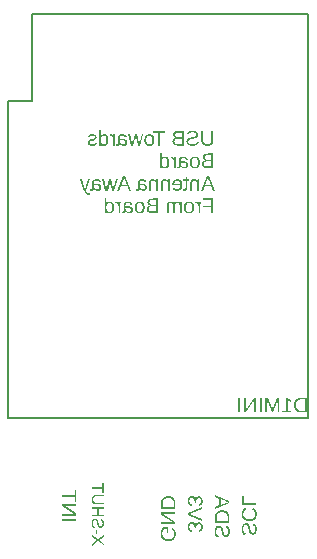
<source format=gbr>
G04 EAGLE Gerber RS-274X export*
G75*
%MOMM*%
%FSLAX34Y34*%
%LPD*%
%INSilkscreen Bottom*%
%IPPOS*%
%AMOC8*
5,1,8,0,0,1.08239X$1,22.5*%
G01*
G04 Define Apertures*
%ADD10C,0.152400*%
G36*
X206484Y23409D02*
X206216Y23489D01*
X205965Y23588D01*
X205733Y23708D01*
X205520Y23847D01*
X205325Y24005D01*
X205149Y24184D01*
X204991Y24382D01*
X204851Y24600D01*
X204729Y24838D01*
X204623Y25096D01*
X204533Y25375D01*
X204460Y25675D01*
X204403Y25995D01*
X204362Y26336D01*
X204338Y26697D01*
X204330Y27078D01*
X204339Y27472D01*
X204365Y27842D01*
X204408Y28190D01*
X204469Y28514D01*
X204547Y28815D01*
X204643Y29093D01*
X204756Y29347D01*
X204886Y29579D01*
X205033Y29785D01*
X205197Y29964D01*
X205376Y30115D01*
X205572Y30239D01*
X205785Y30335D01*
X206013Y30404D01*
X206258Y30446D01*
X206519Y30459D01*
X206807Y30442D01*
X207067Y30390D01*
X207298Y30304D01*
X207500Y30183D01*
X207681Y30031D01*
X207844Y29852D01*
X207991Y29644D01*
X208122Y29408D01*
X208240Y29147D01*
X208348Y28861D01*
X208446Y28551D01*
X208534Y28217D01*
X208893Y26684D01*
X209055Y25997D01*
X209217Y25398D01*
X209379Y24887D01*
X209541Y24464D01*
X209708Y24105D01*
X209884Y23786D01*
X210069Y23507D01*
X210264Y23268D01*
X210472Y23062D01*
X210696Y22882D01*
X210938Y22727D01*
X211197Y22598D01*
X211474Y22497D01*
X211770Y22424D01*
X212087Y22381D01*
X212423Y22366D01*
X212808Y22385D01*
X213170Y22442D01*
X213509Y22537D01*
X213826Y22670D01*
X214120Y22840D01*
X214392Y23049D01*
X214640Y23295D01*
X214866Y23579D01*
X215068Y23899D01*
X215242Y24251D01*
X215389Y24636D01*
X215510Y25054D01*
X215604Y25505D01*
X215671Y25988D01*
X215711Y26504D01*
X215725Y27052D01*
X215715Y27562D01*
X215684Y28041D01*
X215634Y28490D01*
X215564Y28907D01*
X215473Y29293D01*
X215363Y29649D01*
X215232Y29973D01*
X215081Y30267D01*
X214906Y30534D01*
X214702Y30781D01*
X214471Y31007D01*
X214211Y31212D01*
X213922Y31397D01*
X213605Y31561D01*
X213260Y31704D01*
X212887Y31826D01*
X212598Y30179D01*
X212835Y30103D01*
X213055Y30013D01*
X213258Y29906D01*
X213444Y29785D01*
X213614Y29648D01*
X213766Y29496D01*
X213902Y29328D01*
X214021Y29145D01*
X214125Y28946D01*
X214215Y28728D01*
X214291Y28491D01*
X214353Y28237D01*
X214401Y27964D01*
X214436Y27672D01*
X214457Y27363D01*
X214463Y27035D01*
X214456Y26676D01*
X214433Y26338D01*
X214395Y26023D01*
X214341Y25730D01*
X214272Y25458D01*
X214188Y25209D01*
X214088Y24981D01*
X213973Y24775D01*
X213843Y24592D01*
X213698Y24434D01*
X213537Y24300D01*
X213362Y24190D01*
X213172Y24105D01*
X212966Y24044D01*
X212746Y24008D01*
X212510Y23995D01*
X212238Y24014D01*
X211990Y24071D01*
X211767Y24165D01*
X211569Y24298D01*
X211390Y24465D01*
X211225Y24667D01*
X211074Y24901D01*
X210938Y25169D01*
X210802Y25524D01*
X210650Y26021D01*
X210484Y26659D01*
X210303Y27438D01*
X210036Y28572D01*
X209887Y29125D01*
X209712Y29653D01*
X209507Y30154D01*
X209270Y30621D01*
X209136Y30839D01*
X208987Y31043D01*
X208825Y31231D01*
X208648Y31405D01*
X208456Y31563D01*
X208247Y31702D01*
X208022Y31823D01*
X207781Y31926D01*
X207520Y32009D01*
X207238Y32068D01*
X206933Y32103D01*
X206607Y32115D01*
X206192Y32094D01*
X205801Y32031D01*
X205435Y31927D01*
X205092Y31781D01*
X204773Y31593D01*
X204479Y31363D01*
X204208Y31092D01*
X203962Y30779D01*
X203742Y30428D01*
X203552Y30043D01*
X203391Y29624D01*
X203259Y29171D01*
X203157Y28683D01*
X203083Y28162D01*
X203040Y27607D01*
X203025Y27017D01*
X203037Y26468D01*
X203074Y25949D01*
X203135Y25459D01*
X203221Y24999D01*
X203331Y24568D01*
X203466Y24167D01*
X203625Y23796D01*
X203809Y23455D01*
X204017Y23143D01*
X204250Y22860D01*
X204507Y22608D01*
X204789Y22384D01*
X205095Y22191D01*
X205425Y22027D01*
X205781Y21893D01*
X206160Y21788D01*
X206484Y23409D01*
G37*
G36*
X209791Y33860D02*
X210145Y33878D01*
X210489Y33909D01*
X210823Y33953D01*
X211147Y34009D01*
X211461Y34078D01*
X211765Y34159D01*
X212059Y34252D01*
X212343Y34358D01*
X212617Y34476D01*
X213135Y34750D01*
X213614Y35074D01*
X214052Y35447D01*
X214444Y35865D01*
X214784Y36321D01*
X214934Y36563D01*
X215071Y36815D01*
X215195Y37077D01*
X215306Y37348D01*
X215405Y37629D01*
X215489Y37919D01*
X215561Y38219D01*
X215620Y38528D01*
X215666Y38847D01*
X215699Y39176D01*
X215718Y39514D01*
X215725Y39862D01*
X215713Y40344D01*
X215677Y40807D01*
X215616Y41249D01*
X215532Y41670D01*
X215424Y42072D01*
X215291Y42453D01*
X215135Y42814D01*
X214954Y43155D01*
X214750Y43475D01*
X214522Y43772D01*
X214271Y44048D01*
X213997Y44302D01*
X213700Y44534D01*
X213379Y44745D01*
X213035Y44933D01*
X212668Y45099D01*
X212142Y43514D01*
X212404Y43399D01*
X212649Y43267D01*
X212879Y43119D01*
X213093Y42955D01*
X213291Y42774D01*
X213473Y42577D01*
X213639Y42364D01*
X213789Y42135D01*
X213923Y41891D01*
X214038Y41637D01*
X214136Y41372D01*
X214216Y41096D01*
X214278Y40808D01*
X214323Y40510D01*
X214349Y40200D01*
X214358Y39879D01*
X214338Y39381D01*
X214276Y38911D01*
X214173Y38470D01*
X214029Y38057D01*
X213843Y37673D01*
X213617Y37317D01*
X213349Y36990D01*
X213040Y36691D01*
X212695Y36424D01*
X212320Y36193D01*
X211914Y35997D01*
X211478Y35837D01*
X211011Y35713D01*
X210514Y35624D01*
X209986Y35570D01*
X209427Y35553D01*
X208874Y35571D01*
X208349Y35627D01*
X207851Y35719D01*
X207381Y35849D01*
X206939Y36016D01*
X206525Y36220D01*
X206138Y36461D01*
X205779Y36739D01*
X205456Y37049D01*
X205176Y37385D01*
X204939Y37747D01*
X204745Y38135D01*
X204594Y38550D01*
X204486Y38990D01*
X204421Y39457D01*
X204400Y39949D01*
X204410Y40268D01*
X204440Y40577D01*
X204490Y40876D01*
X204560Y41165D01*
X204651Y41444D01*
X204761Y41713D01*
X204891Y41971D01*
X205041Y42220D01*
X205212Y42459D01*
X205402Y42687D01*
X205613Y42906D01*
X205843Y43114D01*
X206094Y43312D01*
X206365Y43501D01*
X206655Y43679D01*
X206966Y43847D01*
X206283Y45213D01*
X205896Y45013D01*
X205534Y44794D01*
X205195Y44555D01*
X204879Y44297D01*
X204588Y44020D01*
X204321Y43723D01*
X204077Y43407D01*
X203857Y43072D01*
X203662Y42720D01*
X203493Y42354D01*
X203350Y41975D01*
X203233Y41582D01*
X203142Y41175D01*
X203077Y40754D01*
X203038Y40319D01*
X203025Y39871D01*
X203037Y39412D01*
X203073Y38969D01*
X203134Y38542D01*
X203219Y38131D01*
X203328Y37735D01*
X203461Y37355D01*
X203618Y36991D01*
X203800Y36643D01*
X204004Y36313D01*
X204229Y36003D01*
X204475Y35713D01*
X204742Y35443D01*
X205029Y35194D01*
X205337Y34965D01*
X205666Y34756D01*
X206016Y34567D01*
X206384Y34400D01*
X206769Y34255D01*
X207171Y34132D01*
X207589Y34032D01*
X208024Y33954D01*
X208475Y33898D01*
X208943Y33865D01*
X209427Y33853D01*
X209791Y33860D01*
G37*
G36*
X215541Y49056D02*
X204566Y49056D01*
X204566Y55292D01*
X203200Y55292D01*
X203200Y47383D01*
X215541Y47383D01*
X215541Y49056D01*
G37*
G36*
X192681Y36495D02*
X192675Y36882D01*
X192656Y37257D01*
X192626Y37621D01*
X192583Y37974D01*
X192527Y38315D01*
X192460Y38646D01*
X192380Y38965D01*
X192288Y39273D01*
X192183Y39570D01*
X192067Y39855D01*
X191938Y40130D01*
X191796Y40393D01*
X191643Y40645D01*
X191477Y40886D01*
X191299Y41116D01*
X191109Y41335D01*
X190907Y41541D01*
X190695Y41734D01*
X190472Y41913D01*
X190240Y42080D01*
X189996Y42233D01*
X189743Y42373D01*
X189479Y42499D01*
X189205Y42612D01*
X188920Y42712D01*
X188625Y42798D01*
X188320Y42872D01*
X188004Y42932D01*
X187678Y42978D01*
X187341Y43011D01*
X186995Y43031D01*
X186637Y43038D01*
X186168Y43026D01*
X185713Y42992D01*
X185272Y42933D01*
X184847Y42852D01*
X184437Y42747D01*
X184042Y42619D01*
X183661Y42468D01*
X183296Y42294D01*
X182948Y42098D01*
X182622Y41882D01*
X182316Y41648D01*
X182031Y41394D01*
X181768Y41120D01*
X181525Y40827D01*
X181303Y40515D01*
X181102Y40183D01*
X180923Y39835D01*
X180769Y39473D01*
X180638Y39099D01*
X180530Y38711D01*
X180447Y38311D01*
X180388Y37897D01*
X180352Y37470D01*
X180340Y37030D01*
X180340Y32414D01*
X192681Y32414D01*
X192681Y36495D01*
G37*
%LPC*%
G36*
X181680Y34087D02*
X181680Y36837D01*
X181689Y37171D01*
X181717Y37495D01*
X181764Y37809D01*
X181829Y38112D01*
X181913Y38406D01*
X182015Y38689D01*
X182136Y38961D01*
X182276Y39224D01*
X182433Y39474D01*
X182606Y39708D01*
X182796Y39928D01*
X183003Y40133D01*
X183225Y40324D01*
X183465Y40499D01*
X183720Y40659D01*
X183992Y40805D01*
X184279Y40934D01*
X184578Y41046D01*
X184890Y41141D01*
X185214Y41218D01*
X185551Y41279D01*
X185901Y41322D01*
X186263Y41348D01*
X186637Y41356D01*
X187194Y41337D01*
X187717Y41278D01*
X188205Y41180D01*
X188660Y41042D01*
X189080Y40865D01*
X189466Y40649D01*
X189818Y40394D01*
X190136Y40100D01*
X190419Y39768D01*
X190663Y39401D01*
X190870Y38999D01*
X191040Y38561D01*
X191171Y38089D01*
X191265Y37581D01*
X191322Y37038D01*
X191341Y36460D01*
X191341Y34087D01*
X181680Y34087D01*
G37*
%LPD*%
G36*
X192681Y48982D02*
X192681Y50883D01*
X180340Y55840D01*
X180340Y54132D01*
X183949Y52722D01*
X183949Y47099D01*
X180340Y45680D01*
X180340Y43946D01*
X192681Y48982D01*
G37*
%LPC*%
G36*
X185254Y52223D02*
X189326Y50638D01*
X189970Y50393D01*
X190693Y50147D01*
X191420Y49911D01*
X191174Y49832D01*
X190344Y49561D01*
X189309Y49184D01*
X185254Y47607D01*
X185254Y52223D01*
G37*
%LPD*%
G36*
X183624Y21409D02*
X183356Y21489D01*
X183105Y21588D01*
X182873Y21708D01*
X182660Y21847D01*
X182465Y22005D01*
X182289Y22184D01*
X182131Y22382D01*
X181991Y22600D01*
X181869Y22838D01*
X181763Y23096D01*
X181673Y23375D01*
X181600Y23675D01*
X181543Y23995D01*
X181502Y24336D01*
X181478Y24697D01*
X181470Y25078D01*
X181479Y25472D01*
X181505Y25842D01*
X181548Y26190D01*
X181609Y26514D01*
X181687Y26815D01*
X181783Y27093D01*
X181896Y27347D01*
X182026Y27579D01*
X182173Y27785D01*
X182337Y27964D01*
X182516Y28115D01*
X182712Y28239D01*
X182925Y28335D01*
X183153Y28404D01*
X183398Y28446D01*
X183659Y28459D01*
X183947Y28442D01*
X184207Y28390D01*
X184438Y28304D01*
X184640Y28183D01*
X184821Y28031D01*
X184984Y27852D01*
X185131Y27644D01*
X185262Y27408D01*
X185380Y27147D01*
X185488Y26861D01*
X185586Y26551D01*
X185674Y26217D01*
X186033Y24684D01*
X186195Y23997D01*
X186357Y23398D01*
X186519Y22887D01*
X186681Y22464D01*
X186848Y22105D01*
X187024Y21786D01*
X187209Y21507D01*
X187404Y21268D01*
X187612Y21062D01*
X187836Y20882D01*
X188078Y20727D01*
X188337Y20598D01*
X188614Y20497D01*
X188910Y20424D01*
X189227Y20381D01*
X189563Y20366D01*
X189948Y20385D01*
X190310Y20442D01*
X190649Y20537D01*
X190966Y20670D01*
X191260Y20840D01*
X191532Y21049D01*
X191780Y21295D01*
X192006Y21579D01*
X192208Y21899D01*
X192382Y22251D01*
X192529Y22636D01*
X192650Y23054D01*
X192744Y23505D01*
X192811Y23988D01*
X192851Y24504D01*
X192865Y25052D01*
X192855Y25562D01*
X192824Y26041D01*
X192774Y26490D01*
X192704Y26907D01*
X192613Y27293D01*
X192503Y27649D01*
X192372Y27973D01*
X192221Y28267D01*
X192046Y28534D01*
X191842Y28781D01*
X191611Y29007D01*
X191351Y29212D01*
X191062Y29397D01*
X190745Y29561D01*
X190400Y29704D01*
X190027Y29826D01*
X189738Y28179D01*
X189975Y28103D01*
X190195Y28013D01*
X190398Y27906D01*
X190584Y27785D01*
X190754Y27648D01*
X190906Y27496D01*
X191042Y27328D01*
X191161Y27145D01*
X191265Y26946D01*
X191355Y26728D01*
X191431Y26491D01*
X191493Y26237D01*
X191541Y25964D01*
X191576Y25672D01*
X191597Y25363D01*
X191603Y25035D01*
X191596Y24676D01*
X191573Y24338D01*
X191535Y24023D01*
X191481Y23730D01*
X191412Y23458D01*
X191328Y23209D01*
X191228Y22981D01*
X191113Y22775D01*
X190983Y22592D01*
X190838Y22434D01*
X190677Y22300D01*
X190502Y22190D01*
X190312Y22105D01*
X190106Y22044D01*
X189886Y22008D01*
X189650Y21995D01*
X189378Y22014D01*
X189130Y22071D01*
X188907Y22165D01*
X188709Y22298D01*
X188530Y22465D01*
X188365Y22667D01*
X188214Y22901D01*
X188078Y23169D01*
X187942Y23524D01*
X187790Y24021D01*
X187624Y24659D01*
X187443Y25438D01*
X187176Y26572D01*
X187027Y27125D01*
X186852Y27653D01*
X186647Y28154D01*
X186410Y28621D01*
X186276Y28839D01*
X186127Y29043D01*
X185965Y29231D01*
X185788Y29405D01*
X185596Y29563D01*
X185387Y29702D01*
X185162Y29823D01*
X184921Y29926D01*
X184660Y30009D01*
X184378Y30068D01*
X184073Y30103D01*
X183747Y30115D01*
X183332Y30094D01*
X182941Y30031D01*
X182575Y29927D01*
X182232Y29781D01*
X181913Y29593D01*
X181619Y29363D01*
X181348Y29092D01*
X181102Y28779D01*
X180882Y28428D01*
X180692Y28043D01*
X180531Y27624D01*
X180399Y27171D01*
X180297Y26683D01*
X180223Y26162D01*
X180180Y25607D01*
X180165Y25017D01*
X180177Y24468D01*
X180214Y23949D01*
X180275Y23459D01*
X180361Y22999D01*
X180471Y22568D01*
X180606Y22167D01*
X180765Y21796D01*
X180949Y21455D01*
X181157Y21143D01*
X181390Y20860D01*
X181647Y20608D01*
X181929Y20384D01*
X182235Y20191D01*
X182565Y20027D01*
X182921Y19893D01*
X183300Y19788D01*
X183624Y21409D01*
G37*
G36*
X86068Y39117D02*
X81894Y39117D01*
X81894Y44454D01*
X86068Y44454D01*
X86068Y45791D01*
X76200Y45791D01*
X76200Y44454D01*
X80773Y44454D01*
X80773Y39117D01*
X76200Y39117D01*
X76200Y37779D01*
X86068Y37779D01*
X86068Y39117D01*
G37*
G36*
X78826Y28987D02*
X78611Y29051D01*
X78411Y29131D01*
X78226Y29226D01*
X78055Y29337D01*
X77899Y29464D01*
X77758Y29607D01*
X77632Y29765D01*
X77520Y29940D01*
X77423Y30130D01*
X77338Y30337D01*
X77266Y30560D01*
X77208Y30799D01*
X77162Y31055D01*
X77130Y31328D01*
X77110Y31616D01*
X77103Y31922D01*
X77110Y32236D01*
X77131Y32532D01*
X77166Y32810D01*
X77215Y33069D01*
X77277Y33310D01*
X77354Y33532D01*
X77444Y33736D01*
X77548Y33921D01*
X77666Y34086D01*
X77797Y34229D01*
X77940Y34350D01*
X78097Y34449D01*
X78267Y34526D01*
X78450Y34581D01*
X78646Y34614D01*
X78854Y34625D01*
X79085Y34611D01*
X79292Y34570D01*
X79477Y34501D01*
X79639Y34404D01*
X79783Y34283D01*
X79914Y34139D01*
X80032Y33973D01*
X80136Y33785D01*
X80316Y33347D01*
X80465Y32832D01*
X80752Y31606D01*
X80882Y31057D01*
X81012Y30578D01*
X81141Y30169D01*
X81271Y29831D01*
X81404Y29544D01*
X81545Y29289D01*
X81693Y29066D01*
X81849Y28875D01*
X82015Y28710D01*
X82194Y28566D01*
X82388Y28442D01*
X82594Y28339D01*
X82816Y28258D01*
X83053Y28200D01*
X83306Y28165D01*
X83575Y28154D01*
X83883Y28169D01*
X84172Y28214D01*
X84444Y28290D01*
X84697Y28396D01*
X84933Y28533D01*
X85150Y28699D01*
X85348Y28896D01*
X85529Y29124D01*
X85690Y29379D01*
X85829Y29661D01*
X85947Y29969D01*
X86044Y30303D01*
X86119Y30663D01*
X86173Y31049D01*
X86205Y31462D01*
X86215Y31901D01*
X86207Y32308D01*
X86183Y32692D01*
X86143Y33050D01*
X86087Y33384D01*
X86014Y33693D01*
X85926Y33977D01*
X85821Y34236D01*
X85701Y34471D01*
X85561Y34685D01*
X85398Y34882D01*
X85213Y35063D01*
X85005Y35227D01*
X84774Y35375D01*
X84521Y35506D01*
X84245Y35620D01*
X83946Y35718D01*
X83715Y34401D01*
X83904Y34341D01*
X84080Y34268D01*
X84243Y34183D01*
X84392Y34086D01*
X84527Y33976D01*
X84649Y33855D01*
X84758Y33721D01*
X84853Y33575D01*
X84936Y33415D01*
X85008Y33241D01*
X85069Y33052D01*
X85118Y32848D01*
X85185Y32397D01*
X85207Y31887D01*
X85201Y31599D01*
X85182Y31330D01*
X85152Y31078D01*
X85109Y30843D01*
X85054Y30626D01*
X84986Y30426D01*
X84907Y30244D01*
X84815Y30080D01*
X84711Y29934D01*
X84594Y29807D01*
X84466Y29700D01*
X84326Y29612D01*
X84174Y29544D01*
X84010Y29495D01*
X83833Y29466D01*
X83645Y29456D01*
X83427Y29471D01*
X83229Y29517D01*
X83051Y29592D01*
X82892Y29698D01*
X82749Y29832D01*
X82617Y29993D01*
X82497Y30181D01*
X82388Y30395D01*
X82279Y30679D01*
X82158Y31076D01*
X82025Y31586D01*
X81880Y32209D01*
X81666Y33116D01*
X81547Y33558D01*
X81407Y33981D01*
X81244Y34381D01*
X81054Y34755D01*
X80828Y35092D01*
X80556Y35382D01*
X80403Y35507D01*
X80236Y35619D01*
X80056Y35716D01*
X79863Y35798D01*
X79655Y35864D01*
X79429Y35911D01*
X79185Y35939D01*
X78924Y35949D01*
X78593Y35932D01*
X78280Y35882D01*
X77987Y35799D01*
X77713Y35682D01*
X77458Y35532D01*
X77223Y35348D01*
X77006Y35131D01*
X76809Y34881D01*
X76634Y34600D01*
X76481Y34292D01*
X76353Y33957D01*
X76247Y33595D01*
X76165Y33205D01*
X76107Y32788D01*
X76072Y32344D01*
X76060Y31873D01*
X76070Y31434D01*
X76099Y31018D01*
X76148Y30627D01*
X76217Y30259D01*
X76305Y29914D01*
X76413Y29594D01*
X76540Y29297D01*
X76687Y29024D01*
X76853Y28774D01*
X77039Y28549D01*
X77245Y28346D01*
X77470Y28168D01*
X77715Y28013D01*
X77980Y27882D01*
X78264Y27775D01*
X78567Y27691D01*
X78826Y28987D01*
G37*
G36*
X86068Y49391D02*
X79898Y49391D01*
X79570Y49401D01*
X79263Y49433D01*
X78976Y49487D01*
X78709Y49562D01*
X78463Y49659D01*
X78237Y49777D01*
X78031Y49916D01*
X77846Y50077D01*
X77682Y50258D01*
X77539Y50458D01*
X77419Y50677D01*
X77321Y50916D01*
X77244Y51173D01*
X77189Y51449D01*
X77156Y51745D01*
X77146Y52059D01*
X77157Y52382D01*
X77191Y52687D01*
X77247Y52974D01*
X77327Y53242D01*
X77429Y53491D01*
X77553Y53722D01*
X77701Y53935D01*
X77870Y54129D01*
X78062Y54302D01*
X78275Y54452D01*
X78508Y54579D01*
X78763Y54683D01*
X79038Y54764D01*
X79334Y54821D01*
X79651Y54856D01*
X79989Y54868D01*
X86068Y54868D01*
X86068Y56198D01*
X79912Y56198D01*
X79618Y56190D01*
X79334Y56167D01*
X79060Y56127D01*
X78797Y56071D01*
X78544Y56000D01*
X78301Y55913D01*
X78068Y55809D01*
X77846Y55690D01*
X77635Y55557D01*
X77437Y55410D01*
X77252Y55251D01*
X77080Y55078D01*
X76920Y54892D01*
X76774Y54692D01*
X76640Y54480D01*
X76519Y54255D01*
X76411Y54018D01*
X76318Y53770D01*
X76239Y53512D01*
X76175Y53244D01*
X76124Y52965D01*
X76089Y52676D01*
X76067Y52376D01*
X76060Y52066D01*
X76067Y51768D01*
X76088Y51479D01*
X76122Y51201D01*
X76170Y50931D01*
X76232Y50672D01*
X76308Y50422D01*
X76398Y50182D01*
X76501Y49951D01*
X76618Y49731D01*
X76747Y49525D01*
X76888Y49330D01*
X77042Y49149D01*
X77209Y48980D01*
X77388Y48824D01*
X77579Y48681D01*
X77783Y48550D01*
X77998Y48434D01*
X78223Y48333D01*
X78459Y48247D01*
X78704Y48177D01*
X78959Y48123D01*
X79225Y48084D01*
X79500Y48061D01*
X79786Y48053D01*
X86068Y48053D01*
X86068Y49391D01*
G37*
G36*
X81327Y16772D02*
X86068Y13306D01*
X86068Y14783D01*
X82195Y17529D01*
X86068Y20197D01*
X86068Y21675D01*
X81376Y18299D01*
X76200Y21962D01*
X76200Y20484D01*
X80514Y17522D01*
X76200Y14496D01*
X76200Y13018D01*
X81327Y16772D01*
G37*
G36*
X86068Y65723D02*
X84976Y65723D01*
X84976Y62333D01*
X76200Y62333D01*
X76200Y61002D01*
X84976Y61002D01*
X84976Y57612D01*
X86068Y57612D01*
X86068Y65723D01*
G37*
G36*
X80570Y26398D02*
X79450Y26398D01*
X79450Y22896D01*
X80570Y22896D01*
X80570Y26398D01*
G37*
G36*
X63141Y40438D02*
X52560Y47112D01*
X54041Y47034D01*
X55048Y47007D01*
X63141Y47007D01*
X63141Y48514D01*
X50800Y48514D01*
X50800Y46499D01*
X61310Y39895D01*
X60461Y39939D01*
X58998Y39983D01*
X50800Y39983D01*
X50800Y38494D01*
X63141Y38494D01*
X63141Y40438D01*
G37*
G36*
X63141Y60537D02*
X61774Y60537D01*
X61774Y56297D01*
X50800Y56297D01*
X50800Y54633D01*
X61774Y54633D01*
X61774Y50394D01*
X63141Y50394D01*
X63141Y60537D01*
G37*
G36*
X63141Y35382D02*
X50800Y35382D01*
X50800Y33709D01*
X63141Y33709D01*
X63141Y35382D01*
G37*
G36*
X160799Y26286D02*
X160534Y26333D01*
X160286Y26397D01*
X160055Y26477D01*
X159842Y26572D01*
X159645Y26684D01*
X159465Y26812D01*
X159303Y26956D01*
X159157Y27116D01*
X159029Y27292D01*
X158918Y27484D01*
X158824Y27692D01*
X158747Y27917D01*
X158687Y28157D01*
X158644Y28414D01*
X158618Y28686D01*
X158610Y28975D01*
X158619Y29265D01*
X158647Y29538D01*
X158692Y29796D01*
X158757Y30038D01*
X158839Y30264D01*
X158940Y30473D01*
X159059Y30667D01*
X159197Y30845D01*
X159352Y31004D01*
X159526Y31142D01*
X159717Y31258D01*
X159926Y31354D01*
X160153Y31428D01*
X160397Y31481D01*
X160659Y31513D01*
X160940Y31524D01*
X161185Y31512D01*
X161416Y31475D01*
X161633Y31415D01*
X161836Y31330D01*
X162026Y31221D01*
X162202Y31088D01*
X162364Y30930D01*
X162512Y30748D01*
X162644Y30544D01*
X162759Y30318D01*
X162856Y30070D01*
X162935Y29801D01*
X162997Y29511D01*
X163041Y29199D01*
X163068Y28866D01*
X163077Y28511D01*
X163077Y27617D01*
X164443Y27617D01*
X164443Y28476D01*
X164452Y28791D01*
X164478Y29087D01*
X164522Y29366D01*
X164584Y29626D01*
X164664Y29868D01*
X164761Y30092D01*
X164876Y30298D01*
X165008Y30486D01*
X165156Y30653D01*
X165318Y30798D01*
X165493Y30921D01*
X165681Y31021D01*
X165883Y31099D01*
X166099Y31155D01*
X166329Y31188D01*
X166571Y31200D01*
X166812Y31190D01*
X167040Y31163D01*
X167255Y31118D01*
X167457Y31054D01*
X167646Y30972D01*
X167822Y30872D01*
X167985Y30754D01*
X168135Y30617D01*
X168269Y30463D01*
X168386Y30291D01*
X168484Y30101D01*
X168565Y29893D01*
X168628Y29668D01*
X168673Y29426D01*
X168699Y29165D01*
X168708Y28887D01*
X168700Y28633D01*
X168675Y28391D01*
X168633Y28162D01*
X168575Y27945D01*
X168500Y27740D01*
X168408Y27548D01*
X168299Y27368D01*
X168174Y27201D01*
X168034Y27049D01*
X167880Y26913D01*
X167712Y26794D01*
X167530Y26692D01*
X167335Y26607D01*
X167126Y26539D01*
X166904Y26487D01*
X166668Y26452D01*
X166790Y24867D01*
X167159Y24925D01*
X167506Y25011D01*
X167833Y25126D01*
X168139Y25269D01*
X168424Y25440D01*
X168689Y25640D01*
X168932Y25868D01*
X169155Y26124D01*
X169354Y26404D01*
X169527Y26703D01*
X169673Y27022D01*
X169792Y27360D01*
X169885Y27717D01*
X169952Y28094D01*
X169991Y28490D01*
X170005Y28905D01*
X169991Y29356D01*
X169951Y29781D01*
X169883Y30181D01*
X169789Y30555D01*
X169668Y30903D01*
X169519Y31224D01*
X169344Y31521D01*
X169142Y31791D01*
X168916Y32032D01*
X168668Y32241D01*
X168400Y32418D01*
X168110Y32563D01*
X167798Y32675D01*
X167466Y32756D01*
X167113Y32804D01*
X166738Y32820D01*
X166449Y32810D01*
X166174Y32779D01*
X165913Y32727D01*
X165666Y32655D01*
X165433Y32562D01*
X165213Y32448D01*
X165007Y32314D01*
X164815Y32159D01*
X164638Y31984D01*
X164475Y31790D01*
X164327Y31578D01*
X164195Y31347D01*
X164077Y31098D01*
X163974Y30829D01*
X163886Y30542D01*
X163812Y30236D01*
X163777Y30236D01*
X163730Y30572D01*
X163664Y30890D01*
X163577Y31188D01*
X163471Y31467D01*
X163345Y31726D01*
X163199Y31967D01*
X163034Y32188D01*
X162849Y32391D01*
X162648Y32571D01*
X162434Y32728D01*
X162208Y32860D01*
X161969Y32969D01*
X161717Y33053D01*
X161453Y33113D01*
X161176Y33149D01*
X160887Y33161D01*
X160472Y33144D01*
X160081Y33094D01*
X159715Y33009D01*
X159372Y32890D01*
X159053Y32737D01*
X158759Y32551D01*
X158488Y32330D01*
X158242Y32075D01*
X158022Y31789D01*
X157832Y31474D01*
X157671Y31130D01*
X157539Y30757D01*
X157437Y30355D01*
X157363Y29924D01*
X157320Y29464D01*
X157305Y28975D01*
X157318Y28518D01*
X157358Y28085D01*
X157424Y27676D01*
X157516Y27290D01*
X157635Y26928D01*
X157780Y26590D01*
X157952Y26275D01*
X158150Y25984D01*
X158374Y25719D01*
X158623Y25482D01*
X158898Y25274D01*
X159198Y25094D01*
X159523Y24942D01*
X159874Y24819D01*
X160249Y24724D01*
X160651Y24657D01*
X160799Y26286D01*
G37*
G36*
X160799Y48224D02*
X160534Y48271D01*
X160286Y48334D01*
X160055Y48414D01*
X159842Y48510D01*
X159645Y48622D01*
X159465Y48749D01*
X159303Y48893D01*
X159157Y49053D01*
X159029Y49229D01*
X158918Y49422D01*
X158824Y49630D01*
X158747Y49854D01*
X158687Y50095D01*
X158644Y50351D01*
X158618Y50624D01*
X158610Y50912D01*
X158619Y51202D01*
X158647Y51476D01*
X158692Y51734D01*
X158757Y51975D01*
X158839Y52201D01*
X158940Y52411D01*
X159059Y52605D01*
X159197Y52782D01*
X159352Y52941D01*
X159526Y53079D01*
X159717Y53196D01*
X159926Y53291D01*
X160153Y53366D01*
X160397Y53419D01*
X160659Y53451D01*
X160940Y53461D01*
X161185Y53449D01*
X161416Y53413D01*
X161633Y53352D01*
X161836Y53267D01*
X162026Y53158D01*
X162202Y53025D01*
X162364Y52868D01*
X162512Y52686D01*
X162644Y52481D01*
X162759Y52255D01*
X162856Y52008D01*
X162935Y51739D01*
X162997Y51448D01*
X163041Y51137D01*
X163068Y50803D01*
X163077Y50448D01*
X163077Y49555D01*
X164443Y49555D01*
X164443Y50413D01*
X164452Y50728D01*
X164478Y51025D01*
X164522Y51303D01*
X164584Y51564D01*
X164664Y51806D01*
X164761Y52030D01*
X164876Y52236D01*
X165008Y52423D01*
X165156Y52591D01*
X165318Y52736D01*
X165493Y52858D01*
X165681Y52959D01*
X165883Y53037D01*
X166099Y53092D01*
X166329Y53126D01*
X166571Y53137D01*
X166812Y53128D01*
X167040Y53101D01*
X167255Y53055D01*
X167457Y52991D01*
X167646Y52910D01*
X167822Y52809D01*
X167985Y52691D01*
X168135Y52555D01*
X168269Y52400D01*
X168386Y52228D01*
X168484Y52038D01*
X168565Y51831D01*
X168628Y51606D01*
X168673Y51363D01*
X168699Y51103D01*
X168708Y50825D01*
X168700Y50570D01*
X168675Y50329D01*
X168633Y50099D01*
X168575Y49882D01*
X168500Y49678D01*
X168408Y49486D01*
X168299Y49306D01*
X168174Y49139D01*
X168034Y48986D01*
X167880Y48851D01*
X167712Y48732D01*
X167530Y48630D01*
X167335Y48544D01*
X167126Y48476D01*
X166904Y48425D01*
X166668Y48390D01*
X166790Y46805D01*
X167159Y46863D01*
X167506Y46949D01*
X167833Y47063D01*
X168139Y47206D01*
X168424Y47378D01*
X168689Y47577D01*
X168932Y47805D01*
X169155Y48061D01*
X169354Y48342D01*
X169527Y48641D01*
X169673Y48960D01*
X169792Y49298D01*
X169885Y49655D01*
X169952Y50031D01*
X169991Y50427D01*
X170005Y50842D01*
X169991Y51294D01*
X169951Y51719D01*
X169883Y52119D01*
X169789Y52492D01*
X169668Y52840D01*
X169519Y53162D01*
X169344Y53458D01*
X169142Y53728D01*
X168916Y53969D01*
X168668Y54178D01*
X168400Y54355D01*
X168110Y54500D01*
X167798Y54613D01*
X167466Y54693D01*
X167113Y54741D01*
X166738Y54757D01*
X166449Y54747D01*
X166174Y54716D01*
X165913Y54664D01*
X165666Y54592D01*
X165433Y54499D01*
X165213Y54385D01*
X165007Y54251D01*
X164815Y54096D01*
X164638Y53921D01*
X164475Y53728D01*
X164327Y53516D01*
X164195Y53285D01*
X164077Y53035D01*
X163974Y52767D01*
X163886Y52480D01*
X163812Y52174D01*
X163777Y52174D01*
X163730Y52510D01*
X163664Y52827D01*
X163577Y53125D01*
X163471Y53404D01*
X163345Y53664D01*
X163199Y53905D01*
X163034Y54126D01*
X162849Y54328D01*
X162648Y54509D01*
X162434Y54665D01*
X162208Y54798D01*
X161969Y54906D01*
X161717Y54991D01*
X161453Y55051D01*
X161176Y55087D01*
X160887Y55099D01*
X160472Y55082D01*
X160081Y55031D01*
X159715Y54946D01*
X159372Y54827D01*
X159053Y54675D01*
X158759Y54488D01*
X158488Y54267D01*
X158242Y54013D01*
X158022Y53727D01*
X157832Y53412D01*
X157671Y53068D01*
X157539Y52695D01*
X157437Y52293D01*
X157363Y51862D01*
X157320Y51401D01*
X157305Y50912D01*
X157318Y50456D01*
X157358Y50023D01*
X157424Y49613D01*
X157516Y49227D01*
X157635Y48865D01*
X157780Y48527D01*
X157952Y48212D01*
X158150Y47921D01*
X158374Y47656D01*
X158623Y47420D01*
X158898Y47211D01*
X159198Y47031D01*
X159523Y46880D01*
X159874Y46756D01*
X160249Y46661D01*
X160651Y46594D01*
X160799Y48224D01*
G37*
G36*
X169821Y35782D02*
X161132Y39198D01*
X158951Y39933D01*
X161132Y40669D01*
X169821Y44067D01*
X169821Y45828D01*
X157480Y40792D01*
X157480Y39057D01*
X169821Y34021D01*
X169821Y35782D01*
G37*
G36*
X146961Y48464D02*
X146955Y48851D01*
X146936Y49226D01*
X146906Y49590D01*
X146863Y49942D01*
X146807Y50284D01*
X146740Y50614D01*
X146660Y50934D01*
X146568Y51242D01*
X146463Y51539D01*
X146347Y51824D01*
X146218Y52099D01*
X146076Y52362D01*
X145923Y52614D01*
X145757Y52855D01*
X145579Y53085D01*
X145389Y53303D01*
X145187Y53510D01*
X144975Y53703D01*
X144752Y53882D01*
X144520Y54049D01*
X144276Y54202D01*
X144023Y54341D01*
X143759Y54468D01*
X143485Y54581D01*
X143200Y54681D01*
X142905Y54767D01*
X142600Y54840D01*
X142284Y54900D01*
X141958Y54947D01*
X141621Y54980D01*
X141275Y55000D01*
X140917Y55007D01*
X140448Y54995D01*
X139993Y54960D01*
X139552Y54902D01*
X139127Y54821D01*
X138717Y54716D01*
X138322Y54588D01*
X137941Y54437D01*
X137576Y54262D01*
X137228Y54066D01*
X136902Y53851D01*
X136596Y53617D01*
X136311Y53362D01*
X136048Y53089D01*
X135805Y52796D01*
X135583Y52483D01*
X135382Y52152D01*
X135203Y51803D01*
X135049Y51442D01*
X134918Y51068D01*
X134810Y50680D01*
X134727Y50279D01*
X134668Y49866D01*
X134632Y49439D01*
X134620Y48998D01*
X134620Y44383D01*
X146961Y44383D01*
X146961Y48464D01*
G37*
%LPC*%
G36*
X135960Y46056D02*
X135960Y48806D01*
X135969Y49140D01*
X135997Y49464D01*
X136044Y49778D01*
X136109Y50081D01*
X136193Y50374D01*
X136295Y50657D01*
X136416Y50930D01*
X136556Y51192D01*
X136713Y51442D01*
X136886Y51677D01*
X137076Y51897D01*
X137283Y52102D01*
X137505Y52292D01*
X137745Y52468D01*
X138000Y52628D01*
X138272Y52773D01*
X138559Y52903D01*
X138858Y53015D01*
X139170Y53110D01*
X139494Y53187D01*
X139831Y53248D01*
X140181Y53291D01*
X140543Y53317D01*
X140917Y53325D01*
X141474Y53306D01*
X141997Y53247D01*
X142485Y53148D01*
X142940Y53011D01*
X143360Y52834D01*
X143746Y52618D01*
X144098Y52363D01*
X144416Y52068D01*
X144699Y51737D01*
X144943Y51370D01*
X145150Y50967D01*
X145320Y50530D01*
X145451Y50058D01*
X145545Y49550D01*
X145602Y49007D01*
X145621Y48429D01*
X145621Y46056D01*
X135960Y46056D01*
G37*
%LPD*%
G36*
X146961Y33358D02*
X136380Y40032D01*
X137861Y39954D01*
X138868Y39927D01*
X146961Y39927D01*
X146961Y41434D01*
X134620Y41434D01*
X134620Y39419D01*
X145130Y32815D01*
X144281Y32859D01*
X142818Y32903D01*
X134620Y32903D01*
X134620Y31414D01*
X146961Y31414D01*
X146961Y33358D01*
G37*
G36*
X141218Y16913D02*
X141577Y16932D01*
X141926Y16964D01*
X142265Y17008D01*
X142592Y17065D01*
X142910Y17134D01*
X143216Y17216D01*
X143512Y17310D01*
X143797Y17417D01*
X144072Y17537D01*
X144336Y17669D01*
X144590Y17814D01*
X144833Y17971D01*
X145065Y18141D01*
X145498Y18519D01*
X145884Y18942D01*
X146058Y19169D01*
X146219Y19406D01*
X146366Y19653D01*
X146502Y19911D01*
X146624Y20179D01*
X146733Y20457D01*
X146830Y20745D01*
X146913Y21043D01*
X146984Y21351D01*
X147042Y21670D01*
X147087Y21999D01*
X147119Y22338D01*
X147138Y22687D01*
X147145Y23047D01*
X147134Y23547D01*
X147101Y24023D01*
X147047Y24476D01*
X146972Y24904D01*
X146874Y25308D01*
X146756Y25688D01*
X146615Y26043D01*
X146453Y26375D01*
X146267Y26686D01*
X146055Y26978D01*
X145817Y27252D01*
X145553Y27507D01*
X145263Y27744D01*
X144947Y27963D01*
X144605Y28164D01*
X144237Y28346D01*
X143764Y26752D01*
X144018Y26614D01*
X144254Y26464D01*
X144472Y26302D01*
X144673Y26127D01*
X144855Y25939D01*
X145020Y25739D01*
X145167Y25527D01*
X145297Y25302D01*
X145410Y25064D01*
X145507Y24812D01*
X145590Y24546D01*
X145658Y24265D01*
X145711Y23971D01*
X145748Y23662D01*
X145771Y23340D01*
X145778Y23003D01*
X145758Y22485D01*
X145698Y21997D01*
X145597Y21542D01*
X145455Y21118D01*
X145274Y20725D01*
X145052Y20364D01*
X144789Y20034D01*
X144487Y19736D01*
X144147Y19471D01*
X143775Y19242D01*
X143369Y19048D01*
X142931Y18889D01*
X142459Y18765D01*
X141955Y18677D01*
X141418Y18624D01*
X140847Y18606D01*
X140278Y18625D01*
X139740Y18681D01*
X139232Y18775D01*
X138755Y18906D01*
X138309Y19075D01*
X137894Y19281D01*
X137509Y19525D01*
X137156Y19806D01*
X136838Y20121D01*
X136564Y20464D01*
X136331Y20835D01*
X136141Y21236D01*
X135993Y21665D01*
X135887Y22123D01*
X135824Y22610D01*
X135802Y23126D01*
X135825Y23720D01*
X135894Y24294D01*
X136009Y24848D01*
X136170Y25381D01*
X136371Y25879D01*
X136604Y26328D01*
X136870Y26727D01*
X137169Y27076D01*
X139393Y27076D01*
X139393Y23388D01*
X140795Y23388D01*
X140795Y28617D01*
X136538Y28617D01*
X136296Y28365D01*
X136067Y28099D01*
X135853Y27819D01*
X135652Y27526D01*
X135466Y27218D01*
X135294Y26897D01*
X135136Y26562D01*
X134992Y26213D01*
X134864Y25854D01*
X134753Y25486D01*
X134659Y25112D01*
X134582Y24730D01*
X134522Y24340D01*
X134479Y23943D01*
X134453Y23538D01*
X134445Y23126D01*
X134457Y22650D01*
X134493Y22191D01*
X134553Y21749D01*
X134638Y21324D01*
X134746Y20915D01*
X134878Y20523D01*
X135035Y20147D01*
X135216Y19789D01*
X135419Y19449D01*
X135643Y19129D01*
X135889Y18831D01*
X136156Y18553D01*
X136444Y18295D01*
X136754Y18059D01*
X137084Y17843D01*
X137436Y17647D01*
X137806Y17474D01*
X138193Y17323D01*
X138595Y17196D01*
X139014Y17092D01*
X139448Y17011D01*
X139898Y16953D01*
X140365Y16919D01*
X140847Y16907D01*
X141218Y16913D01*
G37*
G36*
X132056Y306981D02*
X127572Y306981D01*
X127046Y306969D01*
X126554Y306934D01*
X126095Y306875D01*
X125671Y306794D01*
X125281Y306688D01*
X124924Y306560D01*
X124602Y306407D01*
X124314Y306232D01*
X124059Y306033D01*
X123838Y305811D01*
X123652Y305565D01*
X123499Y305296D01*
X123380Y305003D01*
X123295Y304687D01*
X123244Y304348D01*
X123227Y303985D01*
X123237Y303717D01*
X123266Y303460D01*
X123314Y303214D01*
X123381Y302978D01*
X123467Y302754D01*
X123572Y302540D01*
X123697Y302338D01*
X123841Y302146D01*
X124002Y301968D01*
X124101Y301876D01*
X124179Y301804D01*
X124372Y301657D01*
X124581Y301524D01*
X124805Y301407D01*
X125046Y301305D01*
X125302Y301219D01*
X125575Y301148D01*
X125217Y301094D01*
X124881Y301020D01*
X124566Y300927D01*
X124272Y300814D01*
X123999Y300681D01*
X123747Y300528D01*
X123516Y300355D01*
X123419Y300266D01*
X123306Y300162D01*
X123120Y299953D01*
X122958Y299731D01*
X122821Y299495D01*
X122709Y299246D01*
X122621Y298984D01*
X122559Y298708D01*
X122522Y298419D01*
X122509Y298117D01*
X122528Y297717D01*
X122584Y297340D01*
X122678Y296985D01*
X122809Y296653D01*
X122978Y296345D01*
X123184Y296059D01*
X123428Y295796D01*
X123709Y295555D01*
X124024Y295341D01*
X124368Y295155D01*
X124741Y294998D01*
X125143Y294869D01*
X125575Y294769D01*
X126036Y294697D01*
X126527Y294654D01*
X127046Y294640D01*
X132056Y294640D01*
X132056Y306981D01*
G37*
%LPC*%
G36*
X127134Y295980D02*
X126764Y295989D01*
X126419Y296016D01*
X126101Y296060D01*
X125809Y296122D01*
X125543Y296202D01*
X125303Y296300D01*
X125089Y296416D01*
X124900Y296549D01*
X124736Y296700D01*
X124594Y296869D01*
X124473Y297055D01*
X124375Y297259D01*
X124298Y297480D01*
X124243Y297719D01*
X124211Y297975D01*
X124200Y298249D01*
X124212Y298513D01*
X124248Y298760D01*
X124307Y298990D01*
X124391Y299203D01*
X124499Y299399D01*
X124631Y299577D01*
X124786Y299739D01*
X124966Y299884D01*
X125170Y300012D01*
X125397Y300123D01*
X125649Y300216D01*
X125924Y300293D01*
X126223Y300353D01*
X126547Y300395D01*
X126894Y300421D01*
X127265Y300429D01*
X130383Y300429D01*
X130383Y295980D01*
X127134Y295980D01*
G37*
G36*
X127572Y301734D02*
X127247Y301742D01*
X126944Y301766D01*
X126662Y301805D01*
X126401Y301860D01*
X126162Y301931D01*
X125943Y302018D01*
X125746Y302120D01*
X125570Y302238D01*
X125415Y302372D01*
X125281Y302524D01*
X125167Y302691D01*
X125074Y302876D01*
X125002Y303078D01*
X124950Y303296D01*
X124919Y303532D01*
X124909Y303784D01*
X124920Y304025D01*
X124952Y304248D01*
X125005Y304453D01*
X125080Y304640D01*
X125176Y304810D01*
X125293Y304961D01*
X125432Y305095D01*
X125592Y305212D01*
X125773Y305312D01*
X125972Y305399D01*
X126191Y305473D01*
X126429Y305533D01*
X126686Y305580D01*
X126962Y305614D01*
X127257Y305634D01*
X127572Y305641D01*
X130383Y305641D01*
X130383Y301734D01*
X127572Y301734D01*
G37*
%LPD*%
G36*
X153931Y364131D02*
X149447Y364131D01*
X148921Y364119D01*
X148429Y364084D01*
X147970Y364025D01*
X147546Y363944D01*
X147156Y363838D01*
X146799Y363710D01*
X146477Y363557D01*
X146189Y363382D01*
X145934Y363183D01*
X145713Y362961D01*
X145527Y362715D01*
X145374Y362446D01*
X145255Y362153D01*
X145170Y361837D01*
X145119Y361498D01*
X145102Y361135D01*
X145112Y360867D01*
X145141Y360610D01*
X145189Y360364D01*
X145256Y360128D01*
X145342Y359904D01*
X145447Y359690D01*
X145572Y359488D01*
X145716Y359296D01*
X145877Y359118D01*
X145976Y359026D01*
X146054Y358954D01*
X146247Y358807D01*
X146456Y358674D01*
X146680Y358557D01*
X146921Y358455D01*
X147177Y358369D01*
X147450Y358298D01*
X147092Y358244D01*
X146756Y358170D01*
X146441Y358077D01*
X146147Y357964D01*
X145874Y357831D01*
X145622Y357678D01*
X145391Y357505D01*
X145294Y357416D01*
X145181Y357312D01*
X144995Y357103D01*
X144833Y356881D01*
X144696Y356645D01*
X144584Y356396D01*
X144496Y356134D01*
X144434Y355858D01*
X144397Y355569D01*
X144384Y355267D01*
X144403Y354867D01*
X144459Y354490D01*
X144553Y354135D01*
X144684Y353803D01*
X144853Y353495D01*
X145059Y353209D01*
X145303Y352946D01*
X145584Y352705D01*
X145899Y352491D01*
X146243Y352305D01*
X146616Y352148D01*
X147018Y352019D01*
X147450Y351919D01*
X147911Y351847D01*
X148402Y351804D01*
X148921Y351790D01*
X153931Y351790D01*
X153931Y364131D01*
G37*
%LPC*%
G36*
X149009Y353130D02*
X148639Y353139D01*
X148294Y353166D01*
X147976Y353210D01*
X147684Y353272D01*
X147418Y353352D01*
X147178Y353450D01*
X146964Y353566D01*
X146775Y353699D01*
X146611Y353850D01*
X146469Y354019D01*
X146348Y354205D01*
X146250Y354409D01*
X146173Y354630D01*
X146118Y354869D01*
X146086Y355125D01*
X146075Y355399D01*
X146087Y355663D01*
X146123Y355910D01*
X146182Y356140D01*
X146266Y356353D01*
X146374Y356549D01*
X146506Y356727D01*
X146661Y356889D01*
X146841Y357034D01*
X147045Y357162D01*
X147272Y357273D01*
X147524Y357366D01*
X147799Y357443D01*
X148098Y357503D01*
X148422Y357545D01*
X148769Y357571D01*
X149140Y357579D01*
X152258Y357579D01*
X152258Y353130D01*
X149009Y353130D01*
G37*
G36*
X149447Y358884D02*
X149122Y358892D01*
X148819Y358916D01*
X148537Y358955D01*
X148276Y359010D01*
X148037Y359081D01*
X147818Y359168D01*
X147621Y359270D01*
X147445Y359388D01*
X147290Y359522D01*
X147156Y359674D01*
X147042Y359841D01*
X146949Y360026D01*
X146877Y360228D01*
X146825Y360446D01*
X146794Y360682D01*
X146784Y360934D01*
X146795Y361175D01*
X146827Y361398D01*
X146880Y361603D01*
X146955Y361790D01*
X147051Y361960D01*
X147168Y362111D01*
X147307Y362245D01*
X147467Y362362D01*
X147648Y362462D01*
X147847Y362549D01*
X148066Y362623D01*
X148304Y362683D01*
X148561Y362730D01*
X148837Y362764D01*
X149132Y362784D01*
X149447Y362791D01*
X152258Y362791D01*
X152258Y358884D01*
X149447Y358884D01*
G37*
%LPD*%
G36*
X178869Y345081D02*
X174384Y345081D01*
X173858Y345069D01*
X173366Y345034D01*
X172908Y344975D01*
X172484Y344894D01*
X172093Y344788D01*
X171737Y344660D01*
X171415Y344507D01*
X171126Y344332D01*
X170871Y344133D01*
X170651Y343911D01*
X170464Y343665D01*
X170311Y343396D01*
X170193Y343103D01*
X170108Y342787D01*
X170057Y342448D01*
X170040Y342085D01*
X170050Y341817D01*
X170078Y341560D01*
X170126Y341314D01*
X170193Y341078D01*
X170279Y340854D01*
X170385Y340640D01*
X170509Y340438D01*
X170653Y340246D01*
X170814Y340068D01*
X170914Y339976D01*
X170991Y339904D01*
X171184Y339757D01*
X171393Y339624D01*
X171618Y339507D01*
X171858Y339405D01*
X172115Y339319D01*
X172387Y339248D01*
X172030Y339194D01*
X171694Y339120D01*
X171379Y339027D01*
X171084Y338914D01*
X170811Y338781D01*
X170559Y338628D01*
X170329Y338455D01*
X170232Y338366D01*
X170119Y338262D01*
X169932Y338053D01*
X169770Y337831D01*
X169633Y337595D01*
X169521Y337346D01*
X169434Y337084D01*
X169372Y336808D01*
X169334Y336519D01*
X169322Y336217D01*
X169341Y335817D01*
X169397Y335440D01*
X169491Y335085D01*
X169622Y334753D01*
X169791Y334445D01*
X169997Y334159D01*
X170240Y333896D01*
X170522Y333655D01*
X170836Y333441D01*
X171180Y333255D01*
X171553Y333098D01*
X171956Y332969D01*
X172388Y332869D01*
X172849Y332797D01*
X173339Y332754D01*
X173859Y332740D01*
X178869Y332740D01*
X178869Y345081D01*
G37*
%LPC*%
G36*
X173946Y334080D02*
X173576Y334089D01*
X173232Y334116D01*
X172914Y334160D01*
X172622Y334222D01*
X172355Y334302D01*
X172115Y334400D01*
X171901Y334516D01*
X171713Y334649D01*
X171549Y334800D01*
X171406Y334969D01*
X171286Y335155D01*
X171187Y335359D01*
X171111Y335580D01*
X171056Y335819D01*
X171023Y336075D01*
X171012Y336349D01*
X171024Y336613D01*
X171060Y336860D01*
X171120Y337090D01*
X171204Y337303D01*
X171312Y337499D01*
X171443Y337677D01*
X171599Y337839D01*
X171779Y337984D01*
X171982Y338112D01*
X172210Y338223D01*
X172461Y338316D01*
X172737Y338393D01*
X173036Y338453D01*
X173359Y338495D01*
X173706Y338521D01*
X174078Y338529D01*
X177196Y338529D01*
X177196Y334080D01*
X173946Y334080D01*
G37*
G36*
X174384Y339834D02*
X174060Y339842D01*
X173757Y339866D01*
X173475Y339905D01*
X173214Y339960D01*
X172974Y340031D01*
X172756Y340118D01*
X172559Y340220D01*
X172383Y340338D01*
X172228Y340472D01*
X172094Y340624D01*
X171980Y340791D01*
X171887Y340976D01*
X171815Y341178D01*
X171763Y341396D01*
X171732Y341632D01*
X171722Y341884D01*
X171732Y342125D01*
X171764Y342348D01*
X171818Y342553D01*
X171892Y342740D01*
X171988Y342910D01*
X172106Y343061D01*
X172245Y343195D01*
X172405Y343312D01*
X172585Y343412D01*
X172785Y343499D01*
X173003Y343573D01*
X173241Y343633D01*
X173498Y343680D01*
X173774Y343714D01*
X174070Y343734D01*
X174384Y343741D01*
X177196Y343741D01*
X177196Y339834D01*
X174384Y339834D01*
G37*
%LPD*%
G36*
X87129Y351634D02*
X87533Y351690D01*
X87908Y351785D01*
X88253Y351917D01*
X88568Y352087D01*
X88853Y352295D01*
X89109Y352540D01*
X89335Y352824D01*
X89533Y353145D01*
X89705Y353506D01*
X89850Y353905D01*
X89969Y354343D01*
X90062Y354820D01*
X90128Y355336D01*
X90167Y355891D01*
X90181Y356485D01*
X90167Y357085D01*
X90126Y357646D01*
X90058Y358169D01*
X89963Y358653D01*
X89840Y359099D01*
X89690Y359505D01*
X89513Y359873D01*
X89309Y360203D01*
X89078Y360493D01*
X88819Y360745D01*
X88533Y360958D01*
X88220Y361132D01*
X87879Y361268D01*
X87512Y361364D01*
X87117Y361423D01*
X86695Y361442D01*
X86431Y361436D01*
X86178Y361417D01*
X85937Y361386D01*
X85707Y361343D01*
X85488Y361288D01*
X85281Y361220D01*
X85084Y361140D01*
X84899Y361048D01*
X84724Y360942D01*
X84558Y360822D01*
X84400Y360687D01*
X84251Y360538D01*
X83979Y360195D01*
X83743Y359795D01*
X83725Y359795D01*
X83743Y360855D01*
X83743Y364788D01*
X82166Y364788D01*
X82166Y353743D01*
X82153Y352515D01*
X82137Y352089D01*
X82114Y351790D01*
X83620Y351790D01*
X83648Y352022D01*
X83677Y352438D01*
X83700Y352911D01*
X83708Y353314D01*
X83743Y353314D01*
X83980Y352891D01*
X84111Y352703D01*
X84252Y352532D01*
X84402Y352377D01*
X84560Y352238D01*
X84727Y352116D01*
X84904Y352009D01*
X85090Y351917D01*
X85286Y351837D01*
X85494Y351769D01*
X85713Y351713D01*
X85942Y351670D01*
X86182Y351639D01*
X86433Y351621D01*
X86695Y351615D01*
X87129Y351634D01*
G37*
%LPC*%
G36*
X85968Y352847D02*
X85668Y352890D01*
X85390Y352963D01*
X85136Y353064D01*
X84904Y353195D01*
X84696Y353354D01*
X84510Y353543D01*
X84367Y353734D01*
X84347Y353761D01*
X84206Y354009D01*
X84083Y354289D01*
X83979Y354601D01*
X83894Y354945D01*
X83828Y355321D01*
X83781Y355730D01*
X83752Y356170D01*
X83743Y356642D01*
X83752Y357097D01*
X83781Y357521D01*
X83828Y357913D01*
X83894Y358274D01*
X83979Y358603D01*
X84083Y358900D01*
X84206Y359166D01*
X84347Y359401D01*
X84510Y359606D01*
X84694Y359784D01*
X84902Y359935D01*
X85131Y360058D01*
X85383Y360154D01*
X85658Y360222D01*
X85955Y360263D01*
X86274Y360277D01*
X86562Y360263D01*
X86828Y360222D01*
X87075Y360153D01*
X87300Y360057D01*
X87505Y359933D01*
X87689Y359782D01*
X87852Y359603D01*
X87995Y359397D01*
X88119Y359160D01*
X88227Y358888D01*
X88318Y358582D01*
X88393Y358242D01*
X88451Y357867D01*
X88492Y357458D01*
X88517Y357015D01*
X88525Y356537D01*
X88517Y356058D01*
X88492Y355614D01*
X88451Y355205D01*
X88394Y354831D01*
X88320Y354493D01*
X88230Y354190D01*
X88123Y353923D01*
X88000Y353691D01*
X87858Y353489D01*
X87696Y353315D01*
X87513Y353168D01*
X87310Y353047D01*
X87086Y352953D01*
X86842Y352886D01*
X86577Y352846D01*
X86292Y352832D01*
X85968Y352847D01*
G37*
%LPD*%
G36*
X91847Y294484D02*
X92252Y294540D01*
X92626Y294635D01*
X92971Y294767D01*
X93287Y294937D01*
X93572Y295145D01*
X93828Y295390D01*
X94054Y295674D01*
X94252Y295995D01*
X94424Y296356D01*
X94569Y296755D01*
X94688Y297193D01*
X94780Y297670D01*
X94846Y298186D01*
X94886Y298741D01*
X94899Y299335D01*
X94886Y299935D01*
X94845Y300496D01*
X94777Y301019D01*
X94681Y301503D01*
X94559Y301949D01*
X94409Y302355D01*
X94232Y302723D01*
X94028Y303053D01*
X93796Y303343D01*
X93538Y303595D01*
X93252Y303808D01*
X92938Y303982D01*
X92598Y304118D01*
X92230Y304214D01*
X91836Y304273D01*
X91413Y304292D01*
X91150Y304286D01*
X90897Y304267D01*
X90656Y304236D01*
X90426Y304193D01*
X90207Y304138D01*
X89999Y304070D01*
X89803Y303990D01*
X89618Y303898D01*
X89443Y303792D01*
X89276Y303672D01*
X89119Y303537D01*
X88970Y303388D01*
X88698Y303045D01*
X88462Y302645D01*
X88444Y302645D01*
X88462Y303705D01*
X88462Y307638D01*
X86885Y307638D01*
X86885Y296593D01*
X86872Y295365D01*
X86856Y294939D01*
X86833Y294640D01*
X88339Y294640D01*
X88367Y294872D01*
X88396Y295288D01*
X88419Y295761D01*
X88427Y296164D01*
X88462Y296164D01*
X88699Y295741D01*
X88830Y295553D01*
X88971Y295382D01*
X89120Y295227D01*
X89279Y295088D01*
X89446Y294966D01*
X89622Y294859D01*
X89808Y294767D01*
X90005Y294687D01*
X90213Y294619D01*
X90431Y294563D01*
X90661Y294520D01*
X90901Y294489D01*
X91152Y294471D01*
X91413Y294465D01*
X91847Y294484D01*
G37*
%LPC*%
G36*
X90687Y295697D02*
X90386Y295740D01*
X90109Y295813D01*
X89854Y295914D01*
X89623Y296045D01*
X89414Y296204D01*
X89229Y296393D01*
X89086Y296584D01*
X89066Y296611D01*
X88924Y296859D01*
X88802Y297139D01*
X88698Y297451D01*
X88613Y297795D01*
X88547Y298171D01*
X88500Y298580D01*
X88471Y299020D01*
X88462Y299492D01*
X88471Y299947D01*
X88500Y300371D01*
X88547Y300763D01*
X88613Y301124D01*
X88698Y301453D01*
X88802Y301750D01*
X88924Y302016D01*
X89066Y302251D01*
X89228Y302456D01*
X89413Y302634D01*
X89620Y302785D01*
X89850Y302908D01*
X90102Y303004D01*
X90377Y303072D01*
X90674Y303113D01*
X90993Y303127D01*
X91280Y303113D01*
X91547Y303072D01*
X91793Y303003D01*
X92019Y302907D01*
X92224Y302783D01*
X92408Y302632D01*
X92571Y302453D01*
X92714Y302247D01*
X92838Y302010D01*
X92946Y301738D01*
X93037Y301432D01*
X93111Y301092D01*
X93169Y300717D01*
X93211Y300308D01*
X93236Y299865D01*
X93244Y299387D01*
X93236Y298908D01*
X93211Y298464D01*
X93170Y298055D01*
X93113Y297681D01*
X93039Y297343D01*
X92948Y297040D01*
X92842Y296773D01*
X92718Y296541D01*
X92577Y296339D01*
X92415Y296165D01*
X92232Y296018D01*
X92029Y295897D01*
X91805Y295803D01*
X91561Y295736D01*
X91296Y295696D01*
X91011Y295682D01*
X90687Y295697D01*
G37*
%LPD*%
G36*
X138660Y332584D02*
X139064Y332640D01*
X139439Y332735D01*
X139784Y332867D01*
X140099Y333037D01*
X140385Y333245D01*
X140640Y333490D01*
X140867Y333774D01*
X141065Y334095D01*
X141236Y334456D01*
X141382Y334855D01*
X141500Y335293D01*
X141593Y335770D01*
X141659Y336286D01*
X141699Y336841D01*
X141712Y337435D01*
X141698Y338035D01*
X141657Y338596D01*
X141589Y339119D01*
X141494Y339603D01*
X141371Y340049D01*
X141222Y340455D01*
X141045Y340823D01*
X140840Y341153D01*
X140609Y341443D01*
X140350Y341695D01*
X140064Y341908D01*
X139751Y342082D01*
X139411Y342218D01*
X139043Y342314D01*
X138648Y342373D01*
X138226Y342392D01*
X137962Y342386D01*
X137710Y342367D01*
X137468Y342336D01*
X137238Y342293D01*
X137020Y342238D01*
X136812Y342170D01*
X136616Y342090D01*
X136430Y341998D01*
X136255Y341892D01*
X136089Y341772D01*
X135931Y341637D01*
X135782Y341488D01*
X135511Y341145D01*
X135274Y340745D01*
X135257Y340745D01*
X135274Y341805D01*
X135274Y345738D01*
X133698Y345738D01*
X133698Y334693D01*
X133685Y333465D01*
X133668Y333039D01*
X133645Y332740D01*
X135152Y332740D01*
X135179Y332972D01*
X135209Y333388D01*
X135232Y333861D01*
X135239Y334264D01*
X135274Y334264D01*
X135511Y333841D01*
X135643Y333653D01*
X135783Y333482D01*
X135933Y333327D01*
X136091Y333188D01*
X136259Y333066D01*
X136435Y332959D01*
X136621Y332867D01*
X136818Y332787D01*
X137025Y332719D01*
X137244Y332663D01*
X137473Y332620D01*
X137713Y332589D01*
X137964Y332571D01*
X138226Y332565D01*
X138660Y332584D01*
G37*
%LPC*%
G36*
X137499Y333797D02*
X137199Y333840D01*
X136921Y333913D01*
X136667Y334014D01*
X136435Y334145D01*
X136227Y334304D01*
X136041Y334493D01*
X135898Y334684D01*
X135879Y334711D01*
X135737Y334959D01*
X135614Y335239D01*
X135510Y335551D01*
X135425Y335895D01*
X135359Y336271D01*
X135312Y336680D01*
X135284Y337120D01*
X135274Y337592D01*
X135284Y338047D01*
X135312Y338471D01*
X135359Y338863D01*
X135425Y339224D01*
X135510Y339553D01*
X135614Y339850D01*
X135737Y340116D01*
X135879Y340351D01*
X136041Y340556D01*
X136226Y340734D01*
X136433Y340885D01*
X136662Y341008D01*
X136915Y341104D01*
X137189Y341172D01*
X137486Y341213D01*
X137805Y341227D01*
X138093Y341213D01*
X138360Y341172D01*
X138606Y341103D01*
X138831Y341007D01*
X139036Y340883D01*
X139220Y340732D01*
X139384Y340553D01*
X139527Y340347D01*
X139651Y340110D01*
X139758Y339838D01*
X139849Y339532D01*
X139924Y339192D01*
X139982Y338817D01*
X140023Y338408D01*
X140048Y337965D01*
X140056Y337487D01*
X140048Y337008D01*
X140024Y336564D01*
X139983Y336155D01*
X139925Y335781D01*
X139851Y335443D01*
X139761Y335140D01*
X139654Y334873D01*
X139531Y334641D01*
X139389Y334439D01*
X139227Y334265D01*
X139044Y334118D01*
X138841Y333997D01*
X138617Y333903D01*
X138373Y333836D01*
X138108Y333796D01*
X137823Y333782D01*
X137499Y333797D01*
G37*
%LPD*%
G36*
X117113Y294485D02*
X117585Y294544D01*
X118024Y294643D01*
X118432Y294781D01*
X118808Y294959D01*
X119152Y295177D01*
X119465Y295434D01*
X119746Y295730D01*
X119994Y296064D01*
X120209Y296434D01*
X120392Y296838D01*
X120541Y297277D01*
X120657Y297752D01*
X120739Y298262D01*
X120789Y298807D01*
X120806Y299387D01*
X120789Y299981D01*
X120739Y300537D01*
X120656Y301054D01*
X120540Y301533D01*
X120391Y301974D01*
X120208Y302376D01*
X119992Y302740D01*
X119744Y303066D01*
X119461Y303353D01*
X119146Y303602D01*
X118798Y303813D01*
X118416Y303985D01*
X118001Y304119D01*
X117553Y304215D01*
X117072Y304273D01*
X116558Y304292D01*
X116033Y304273D01*
X115543Y304217D01*
X115090Y304124D01*
X114672Y303993D01*
X114291Y303825D01*
X113945Y303619D01*
X113635Y303377D01*
X113361Y303096D01*
X113121Y302777D01*
X112912Y302416D01*
X112736Y302014D01*
X112592Y301571D01*
X112480Y301087D01*
X112400Y300562D01*
X112352Y299995D01*
X112336Y299387D01*
X112353Y298785D01*
X112404Y298223D01*
X112490Y297700D01*
X112610Y297217D01*
X112764Y296774D01*
X112952Y296370D01*
X113174Y296006D01*
X113431Y295682D01*
X113720Y295397D01*
X114040Y295150D01*
X114391Y294940D01*
X114773Y294769D01*
X115186Y294636D01*
X115630Y294541D01*
X116105Y294484D01*
X116610Y294465D01*
X117113Y294485D01*
G37*
%LPC*%
G36*
X116286Y295644D02*
X115969Y295687D01*
X115677Y295758D01*
X115411Y295857D01*
X115171Y295986D01*
X114955Y296142D01*
X114765Y296327D01*
X114600Y296541D01*
X114457Y296784D01*
X114334Y297060D01*
X114229Y297368D01*
X114144Y297708D01*
X114077Y298080D01*
X114029Y298483D01*
X114001Y298919D01*
X113991Y299387D01*
X114000Y299861D01*
X114028Y300301D01*
X114073Y300708D01*
X114137Y301081D01*
X114219Y301420D01*
X114319Y301726D01*
X114437Y301999D01*
X114574Y302238D01*
X114732Y302446D01*
X114915Y302627D01*
X115122Y302780D01*
X115354Y302905D01*
X115612Y303002D01*
X115893Y303071D01*
X116200Y303113D01*
X116531Y303127D01*
X116865Y303113D01*
X117175Y303070D01*
X117461Y303000D01*
X117724Y302900D01*
X117962Y302773D01*
X118176Y302617D01*
X118366Y302433D01*
X118533Y302221D01*
X118677Y301978D01*
X118803Y301703D01*
X118909Y301397D01*
X118996Y301059D01*
X119063Y300689D01*
X119112Y300287D01*
X119141Y299853D01*
X119150Y299387D01*
X119141Y298933D01*
X119112Y298508D01*
X119065Y298113D01*
X118998Y297746D01*
X118912Y297409D01*
X118808Y297100D01*
X118684Y296821D01*
X118541Y296571D01*
X118378Y296351D01*
X118194Y296159D01*
X117987Y295998D01*
X117759Y295865D01*
X117509Y295762D01*
X117237Y295689D01*
X116943Y295644D01*
X116628Y295630D01*
X116286Y295644D01*
G37*
%LPD*%
G36*
X125363Y351635D02*
X125835Y351694D01*
X126274Y351793D01*
X126682Y351931D01*
X127058Y352109D01*
X127402Y352327D01*
X127715Y352584D01*
X127996Y352880D01*
X128244Y353214D01*
X128459Y353584D01*
X128642Y353988D01*
X128791Y354427D01*
X128907Y354902D01*
X128989Y355412D01*
X129039Y355957D01*
X129056Y356537D01*
X129039Y357131D01*
X128989Y357687D01*
X128906Y358204D01*
X128790Y358683D01*
X128641Y359124D01*
X128458Y359526D01*
X128242Y359890D01*
X127994Y360216D01*
X127711Y360503D01*
X127396Y360752D01*
X127048Y360963D01*
X126666Y361135D01*
X126251Y361269D01*
X125803Y361365D01*
X125322Y361423D01*
X124808Y361442D01*
X124283Y361423D01*
X123793Y361367D01*
X123340Y361274D01*
X122922Y361143D01*
X122541Y360975D01*
X122195Y360769D01*
X121885Y360527D01*
X121611Y360246D01*
X121371Y359927D01*
X121162Y359566D01*
X120986Y359164D01*
X120842Y358721D01*
X120730Y358237D01*
X120650Y357712D01*
X120602Y357145D01*
X120586Y356537D01*
X120603Y355935D01*
X120654Y355373D01*
X120740Y354850D01*
X120860Y354367D01*
X121014Y353924D01*
X121202Y353520D01*
X121424Y353156D01*
X121681Y352832D01*
X121970Y352547D01*
X122290Y352300D01*
X122641Y352090D01*
X123023Y351919D01*
X123436Y351786D01*
X123880Y351691D01*
X124355Y351634D01*
X124860Y351615D01*
X125363Y351635D01*
G37*
%LPC*%
G36*
X124536Y352794D02*
X124219Y352837D01*
X123927Y352908D01*
X123661Y353007D01*
X123421Y353136D01*
X123205Y353292D01*
X123015Y353477D01*
X122850Y353691D01*
X122707Y353934D01*
X122584Y354210D01*
X122479Y354518D01*
X122394Y354858D01*
X122327Y355230D01*
X122279Y355633D01*
X122251Y356069D01*
X122241Y356537D01*
X122250Y357011D01*
X122278Y357451D01*
X122323Y357858D01*
X122387Y358231D01*
X122469Y358570D01*
X122569Y358876D01*
X122687Y359149D01*
X122824Y359388D01*
X122982Y359596D01*
X123165Y359777D01*
X123372Y359930D01*
X123604Y360055D01*
X123862Y360152D01*
X124143Y360221D01*
X124450Y360263D01*
X124781Y360277D01*
X125115Y360263D01*
X125425Y360220D01*
X125711Y360150D01*
X125974Y360050D01*
X126212Y359923D01*
X126426Y359767D01*
X126616Y359583D01*
X126783Y359371D01*
X126927Y359128D01*
X127053Y358853D01*
X127159Y358547D01*
X127246Y358209D01*
X127313Y357839D01*
X127362Y357437D01*
X127391Y357003D01*
X127400Y356537D01*
X127391Y356083D01*
X127362Y355658D01*
X127315Y355263D01*
X127248Y354896D01*
X127162Y354559D01*
X127058Y354250D01*
X126934Y353971D01*
X126791Y353721D01*
X126628Y353501D01*
X126444Y353309D01*
X126237Y353148D01*
X126009Y353015D01*
X125759Y352912D01*
X125487Y352839D01*
X125193Y352794D01*
X124878Y352780D01*
X124536Y352794D01*
G37*
%LPD*%
G36*
X158957Y294485D02*
X159428Y294544D01*
X159868Y294643D01*
X160276Y294781D01*
X160652Y294959D01*
X160996Y295177D01*
X161309Y295434D01*
X161590Y295730D01*
X161838Y296064D01*
X162053Y296434D01*
X162235Y296838D01*
X162384Y297277D01*
X162500Y297752D01*
X162583Y298262D01*
X162633Y298807D01*
X162649Y299387D01*
X162633Y299981D01*
X162583Y300537D01*
X162500Y301054D01*
X162384Y301533D01*
X162234Y301974D01*
X162052Y302376D01*
X161836Y302740D01*
X161587Y303066D01*
X161305Y303353D01*
X160990Y303602D01*
X160642Y303813D01*
X160260Y303985D01*
X159845Y304119D01*
X159397Y304215D01*
X158916Y304273D01*
X158401Y304292D01*
X157876Y304273D01*
X157387Y304217D01*
X156934Y304124D01*
X156516Y303993D01*
X156134Y303825D01*
X155789Y303619D01*
X155479Y303377D01*
X155205Y303096D01*
X154964Y302777D01*
X154756Y302416D01*
X154580Y302014D01*
X154436Y301571D01*
X154324Y301087D01*
X154244Y300562D01*
X154196Y299995D01*
X154180Y299387D01*
X154197Y298785D01*
X154248Y298223D01*
X154334Y297700D01*
X154453Y297217D01*
X154607Y296774D01*
X154796Y296370D01*
X155018Y296006D01*
X155275Y295682D01*
X155564Y295397D01*
X155884Y295150D01*
X156235Y294940D01*
X156617Y294769D01*
X157030Y294636D01*
X157474Y294541D01*
X157948Y294484D01*
X158454Y294465D01*
X158957Y294485D01*
G37*
%LPC*%
G36*
X158129Y295644D02*
X157813Y295687D01*
X157521Y295758D01*
X157255Y295857D01*
X157014Y295986D01*
X156799Y296142D01*
X156609Y296327D01*
X156444Y296541D01*
X156301Y296784D01*
X156178Y297060D01*
X156073Y297368D01*
X155987Y297708D01*
X155921Y298080D01*
X155873Y298483D01*
X155845Y298919D01*
X155835Y299387D01*
X155844Y299861D01*
X155872Y300301D01*
X155917Y300708D01*
X155981Y301081D01*
X156063Y301420D01*
X156163Y301726D01*
X156281Y301999D01*
X156418Y302238D01*
X156576Y302446D01*
X156758Y302627D01*
X156966Y302780D01*
X157198Y302905D01*
X157455Y303002D01*
X157737Y303071D01*
X158044Y303113D01*
X158375Y303127D01*
X158709Y303113D01*
X159019Y303070D01*
X159305Y303000D01*
X159567Y302900D01*
X159806Y302773D01*
X160020Y302617D01*
X160210Y302433D01*
X160376Y302221D01*
X160521Y301978D01*
X160647Y301703D01*
X160753Y301397D01*
X160840Y301059D01*
X160907Y300689D01*
X160955Y300287D01*
X160984Y299853D01*
X160994Y299387D01*
X160984Y298933D01*
X160956Y298508D01*
X160908Y298113D01*
X160842Y297746D01*
X160756Y297409D01*
X160652Y297100D01*
X160528Y296821D01*
X160385Y296571D01*
X160222Y296351D01*
X160037Y296159D01*
X159831Y295998D01*
X159602Y295865D01*
X159352Y295762D01*
X159080Y295689D01*
X158787Y295644D01*
X158471Y295630D01*
X158129Y295644D01*
G37*
%LPD*%
G36*
X163926Y332585D02*
X164397Y332644D01*
X164837Y332743D01*
X165244Y332881D01*
X165621Y333059D01*
X165965Y333277D01*
X166277Y333534D01*
X166558Y333830D01*
X166807Y334164D01*
X167022Y334534D01*
X167204Y334938D01*
X167353Y335377D01*
X167469Y335852D01*
X167552Y336362D01*
X167601Y336907D01*
X167618Y337487D01*
X167601Y338081D01*
X167552Y338637D01*
X167469Y339154D01*
X167353Y339633D01*
X167203Y340074D01*
X167021Y340476D01*
X166805Y340840D01*
X166556Y341166D01*
X166274Y341453D01*
X165959Y341702D01*
X165610Y341913D01*
X165229Y342085D01*
X164814Y342219D01*
X164366Y342315D01*
X163885Y342373D01*
X163370Y342392D01*
X162845Y342373D01*
X162356Y342317D01*
X161902Y342224D01*
X161485Y342093D01*
X161103Y341925D01*
X160757Y341719D01*
X160447Y341477D01*
X160173Y341196D01*
X159933Y340877D01*
X159725Y340516D01*
X159549Y340114D01*
X159405Y339671D01*
X159293Y339187D01*
X159213Y338662D01*
X159165Y338095D01*
X159149Y337487D01*
X159166Y336885D01*
X159217Y336323D01*
X159302Y335800D01*
X159422Y335317D01*
X159576Y334874D01*
X159764Y334470D01*
X159987Y334106D01*
X160243Y333782D01*
X160533Y333497D01*
X160853Y333250D01*
X161204Y333040D01*
X161586Y332869D01*
X161998Y332736D01*
X162442Y332641D01*
X162917Y332584D01*
X163423Y332565D01*
X163926Y332585D01*
G37*
%LPC*%
G36*
X163098Y333744D02*
X162781Y333787D01*
X162490Y333858D01*
X162224Y333957D01*
X161983Y334086D01*
X161768Y334242D01*
X161577Y334427D01*
X161413Y334641D01*
X161270Y334884D01*
X161146Y335160D01*
X161042Y335468D01*
X160956Y335808D01*
X160889Y336180D01*
X160842Y336583D01*
X160813Y337019D01*
X160804Y337487D01*
X160813Y337961D01*
X160840Y338401D01*
X160886Y338808D01*
X160950Y339181D01*
X161031Y339520D01*
X161132Y339826D01*
X161250Y340099D01*
X161386Y340338D01*
X161544Y340546D01*
X161727Y340727D01*
X161935Y340880D01*
X162167Y341005D01*
X162424Y341102D01*
X162706Y341171D01*
X163012Y341213D01*
X163344Y341227D01*
X163678Y341213D01*
X163988Y341170D01*
X164274Y341100D01*
X164536Y341000D01*
X164774Y340873D01*
X164989Y340717D01*
X165179Y340533D01*
X165345Y340321D01*
X165490Y340078D01*
X165615Y339803D01*
X165721Y339497D01*
X165808Y339159D01*
X165876Y338789D01*
X165924Y338387D01*
X165953Y337953D01*
X165963Y337487D01*
X165953Y337033D01*
X165925Y336608D01*
X165877Y336213D01*
X165811Y335846D01*
X165725Y335509D01*
X165620Y335200D01*
X165497Y334921D01*
X165354Y334671D01*
X165191Y334451D01*
X165006Y334259D01*
X164800Y334098D01*
X164571Y333965D01*
X164321Y333862D01*
X164049Y333789D01*
X163756Y333744D01*
X163440Y333730D01*
X163098Y333744D01*
G37*
%LPD*%
G36*
X100779Y317299D02*
X106402Y317299D01*
X107821Y313690D01*
X109555Y313690D01*
X104519Y326031D01*
X102618Y326031D01*
X97661Y313690D01*
X99369Y313690D01*
X100779Y317299D01*
G37*
%LPC*%
G36*
X101278Y318604D02*
X102863Y322676D01*
X103109Y323320D01*
X103354Y324043D01*
X103590Y324770D01*
X103669Y324524D01*
X103941Y323694D01*
X104317Y322659D01*
X105894Y318604D01*
X101278Y318604D01*
G37*
%LPD*%
G36*
X171529Y317299D02*
X177152Y317299D01*
X178571Y313690D01*
X180305Y313690D01*
X175269Y326031D01*
X173368Y326031D01*
X168411Y313690D01*
X170119Y313690D01*
X171529Y317299D01*
G37*
%LPC*%
G36*
X172028Y318604D02*
X173613Y322676D01*
X173859Y323320D01*
X174104Y324043D01*
X174340Y324770D01*
X174419Y324524D01*
X174691Y323694D01*
X175067Y322659D01*
X176644Y318604D01*
X172028Y318604D01*
G37*
%LPD*%
G36*
X81685Y313527D02*
X82008Y313562D01*
X82310Y313621D01*
X82589Y313703D01*
X82846Y313809D01*
X83081Y313939D01*
X83294Y314092D01*
X83485Y314268D01*
X83653Y314465D01*
X83799Y314680D01*
X83922Y314912D01*
X84023Y315161D01*
X84102Y315429D01*
X84158Y315713D01*
X84192Y316015D01*
X84203Y316335D01*
X84188Y316692D01*
X84143Y317028D01*
X84067Y317343D01*
X83961Y317636D01*
X83825Y317908D01*
X83659Y318158D01*
X83462Y318387D01*
X83235Y318595D01*
X82975Y318780D01*
X82677Y318943D01*
X82342Y319083D01*
X81971Y319199D01*
X81562Y319293D01*
X81116Y319363D01*
X80633Y319411D01*
X80113Y319436D01*
X77984Y319471D01*
X77984Y319987D01*
X77992Y320266D01*
X78015Y320524D01*
X78053Y320762D01*
X78107Y320979D01*
X78176Y321176D01*
X78260Y321352D01*
X78360Y321508D01*
X78475Y321643D01*
X78606Y321760D01*
X78755Y321861D01*
X78922Y321947D01*
X79106Y322017D01*
X79307Y322072D01*
X79526Y322111D01*
X79762Y322134D01*
X80016Y322142D01*
X80510Y322120D01*
X80730Y322091D01*
X80932Y322052D01*
X81115Y322002D01*
X81281Y321940D01*
X81428Y321867D01*
X81558Y321783D01*
X81672Y321686D01*
X81775Y321577D01*
X81865Y321453D01*
X81943Y321317D01*
X82010Y321166D01*
X82064Y321003D01*
X82106Y320826D01*
X82136Y320636D01*
X83783Y320784D01*
X83721Y321094D01*
X83635Y321384D01*
X83526Y321654D01*
X83394Y321903D01*
X83238Y322133D01*
X83059Y322343D01*
X82857Y322533D01*
X82631Y322703D01*
X82382Y322852D01*
X82109Y322982D01*
X81813Y323092D01*
X81493Y323182D01*
X81150Y323252D01*
X80784Y323302D01*
X80395Y323332D01*
X79981Y323342D01*
X79549Y323329D01*
X79143Y323291D01*
X78766Y323227D01*
X78416Y323137D01*
X78094Y323022D01*
X77799Y322881D01*
X77532Y322715D01*
X77293Y322523D01*
X77081Y322307D01*
X76898Y322068D01*
X76743Y321806D01*
X76616Y321521D01*
X76517Y321214D01*
X76447Y320883D01*
X76405Y320530D01*
X76390Y320154D01*
X76390Y316072D01*
X76379Y315744D01*
X76344Y315458D01*
X76287Y315216D01*
X76206Y315017D01*
X76094Y314862D01*
X75939Y314751D01*
X75743Y314684D01*
X75506Y314662D01*
X75263Y314678D01*
X74989Y314724D01*
X74989Y313743D01*
X75288Y313681D01*
X75591Y313637D01*
X75897Y313611D01*
X76206Y313602D01*
X76418Y313610D01*
X76615Y313631D01*
X76796Y313667D01*
X76963Y313717D01*
X77115Y313782D01*
X77252Y313861D01*
X77374Y313954D01*
X77481Y314062D01*
X77575Y314185D01*
X77658Y314325D01*
X77731Y314480D01*
X77793Y314652D01*
X77844Y314841D01*
X77884Y315045D01*
X77932Y315503D01*
X77984Y315503D01*
X78299Y315000D01*
X78465Y314778D01*
X78638Y314576D01*
X78817Y314393D01*
X79002Y314231D01*
X79193Y314089D01*
X79390Y313966D01*
X79596Y313860D01*
X79813Y313769D01*
X80040Y313691D01*
X80278Y313628D01*
X80527Y313578D01*
X80787Y313543D01*
X81058Y313522D01*
X81339Y313515D01*
X81685Y313527D01*
G37*
%LPC*%
G36*
X80766Y314703D02*
X80558Y314722D01*
X80161Y314796D01*
X79788Y314919D01*
X79438Y315091D01*
X79119Y315307D01*
X78835Y315559D01*
X78587Y315848D01*
X78374Y316173D01*
X78204Y316519D01*
X78082Y316870D01*
X78009Y317227D01*
X77984Y317588D01*
X77984Y318367D01*
X79710Y318332D01*
X80232Y318311D01*
X80688Y318266D01*
X81075Y318197D01*
X81396Y318104D01*
X81666Y317985D01*
X81903Y317837D01*
X82106Y317661D01*
X82276Y317456D01*
X82410Y317220D01*
X82506Y316950D01*
X82564Y316647D01*
X82583Y316309D01*
X82576Y316122D01*
X82557Y315945D01*
X82524Y315780D01*
X82479Y315626D01*
X82420Y315482D01*
X82349Y315350D01*
X82264Y315228D01*
X82167Y315118D01*
X82057Y315019D01*
X81936Y314934D01*
X81805Y314861D01*
X81662Y314802D01*
X81508Y314756D01*
X81343Y314724D01*
X81167Y314704D01*
X80980Y314697D01*
X80766Y314703D01*
G37*
%LPD*%
G36*
X103591Y351627D02*
X103915Y351662D01*
X104216Y351721D01*
X104496Y351803D01*
X104753Y351909D01*
X104988Y352039D01*
X105200Y352192D01*
X105391Y352368D01*
X105559Y352565D01*
X105705Y352780D01*
X105829Y353012D01*
X105930Y353261D01*
X106008Y353529D01*
X106064Y353813D01*
X106098Y354115D01*
X106109Y354435D01*
X106094Y354792D01*
X106049Y355128D01*
X105973Y355443D01*
X105867Y355736D01*
X105731Y356008D01*
X105565Y356258D01*
X105368Y356487D01*
X105141Y356695D01*
X104881Y356880D01*
X104583Y357043D01*
X104249Y357183D01*
X103877Y357299D01*
X103468Y357393D01*
X103022Y357463D01*
X102539Y357511D01*
X102019Y357536D01*
X99891Y357571D01*
X99891Y358087D01*
X99898Y358366D01*
X99921Y358624D01*
X99960Y358862D01*
X100013Y359079D01*
X100082Y359276D01*
X100167Y359452D01*
X100266Y359608D01*
X100381Y359743D01*
X100513Y359860D01*
X100661Y359961D01*
X100828Y360047D01*
X101012Y360117D01*
X101213Y360172D01*
X101432Y360211D01*
X101669Y360234D01*
X101923Y360242D01*
X102416Y360220D01*
X102636Y360191D01*
X102838Y360152D01*
X103022Y360102D01*
X103187Y360040D01*
X103335Y359967D01*
X103464Y359883D01*
X103579Y359786D01*
X103681Y359677D01*
X103771Y359553D01*
X103850Y359417D01*
X103916Y359266D01*
X103970Y359103D01*
X104012Y358926D01*
X104042Y358736D01*
X105689Y358884D01*
X105627Y359194D01*
X105541Y359484D01*
X105432Y359754D01*
X105300Y360003D01*
X105145Y360233D01*
X104965Y360443D01*
X104763Y360633D01*
X104537Y360803D01*
X104288Y360952D01*
X104015Y361082D01*
X103719Y361192D01*
X103400Y361282D01*
X103057Y361352D01*
X102690Y361402D01*
X102301Y361432D01*
X101888Y361442D01*
X101455Y361429D01*
X101050Y361391D01*
X100672Y361327D01*
X100322Y361237D01*
X100000Y361122D01*
X99705Y360981D01*
X99438Y360815D01*
X99199Y360623D01*
X98987Y360407D01*
X98804Y360168D01*
X98649Y359906D01*
X98522Y359621D01*
X98424Y359314D01*
X98353Y358983D01*
X98311Y358630D01*
X98297Y358254D01*
X98297Y354172D01*
X98285Y353844D01*
X98251Y353558D01*
X98193Y353316D01*
X98113Y353117D01*
X98000Y352962D01*
X97846Y352851D01*
X97650Y352784D01*
X97412Y352762D01*
X97169Y352778D01*
X96895Y352824D01*
X96895Y351843D01*
X97195Y351781D01*
X97497Y351737D01*
X97803Y351711D01*
X98113Y351702D01*
X98324Y351710D01*
X98521Y351731D01*
X98703Y351767D01*
X98869Y351817D01*
X99021Y351882D01*
X99158Y351961D01*
X99280Y352054D01*
X99387Y352162D01*
X99481Y352285D01*
X99565Y352425D01*
X99637Y352580D01*
X99699Y352752D01*
X99750Y352941D01*
X99790Y353145D01*
X99838Y353603D01*
X99891Y353603D01*
X100205Y353100D01*
X100372Y352878D01*
X100544Y352676D01*
X100723Y352493D01*
X100908Y352331D01*
X101099Y352189D01*
X101296Y352066D01*
X101502Y351960D01*
X101719Y351869D01*
X101946Y351791D01*
X102184Y351728D01*
X102433Y351678D01*
X102693Y351643D01*
X102964Y351622D01*
X103245Y351615D01*
X103591Y351627D01*
G37*
%LPC*%
G36*
X102672Y352803D02*
X102465Y352822D01*
X102067Y352896D01*
X101694Y353019D01*
X101345Y353191D01*
X101025Y353407D01*
X100741Y353659D01*
X100493Y353948D01*
X100280Y354273D01*
X100110Y354619D01*
X99988Y354970D01*
X99915Y355327D01*
X99891Y355688D01*
X99891Y356467D01*
X101616Y356432D01*
X102139Y356411D01*
X102594Y356366D01*
X102982Y356297D01*
X103302Y356204D01*
X103572Y356085D01*
X103809Y355937D01*
X104012Y355761D01*
X104182Y355556D01*
X104317Y355320D01*
X104412Y355050D01*
X104470Y354747D01*
X104489Y354409D01*
X104482Y354222D01*
X104463Y354045D01*
X104430Y353880D01*
X104385Y353726D01*
X104326Y353582D01*
X104255Y353450D01*
X104170Y353328D01*
X104073Y353218D01*
X103963Y353119D01*
X103843Y353034D01*
X103711Y352961D01*
X103568Y352902D01*
X103414Y352856D01*
X103249Y352824D01*
X103073Y352804D01*
X102886Y352797D01*
X102672Y352803D01*
G37*
%LPD*%
G36*
X108310Y294477D02*
X108633Y294512D01*
X108935Y294571D01*
X109214Y294653D01*
X109471Y294759D01*
X109706Y294889D01*
X109919Y295042D01*
X110110Y295218D01*
X110278Y295415D01*
X110424Y295630D01*
X110547Y295862D01*
X110648Y296111D01*
X110727Y296379D01*
X110783Y296663D01*
X110817Y296965D01*
X110828Y297285D01*
X110813Y297642D01*
X110768Y297978D01*
X110692Y298293D01*
X110586Y298586D01*
X110450Y298858D01*
X110284Y299108D01*
X110087Y299337D01*
X109860Y299545D01*
X109600Y299730D01*
X109302Y299893D01*
X108967Y300033D01*
X108596Y300149D01*
X108187Y300243D01*
X107741Y300313D01*
X107258Y300361D01*
X106738Y300386D01*
X104609Y300421D01*
X104609Y300937D01*
X104617Y301216D01*
X104640Y301474D01*
X104678Y301712D01*
X104732Y301929D01*
X104801Y302126D01*
X104885Y302302D01*
X104985Y302458D01*
X105100Y302593D01*
X105231Y302710D01*
X105380Y302811D01*
X105547Y302897D01*
X105731Y302967D01*
X105932Y303022D01*
X106151Y303061D01*
X106387Y303084D01*
X106641Y303092D01*
X107135Y303070D01*
X107355Y303041D01*
X107557Y303002D01*
X107740Y302952D01*
X107906Y302890D01*
X108053Y302817D01*
X108183Y302733D01*
X108297Y302636D01*
X108400Y302527D01*
X108490Y302403D01*
X108568Y302267D01*
X108635Y302116D01*
X108689Y301953D01*
X108731Y301776D01*
X108761Y301586D01*
X110408Y301734D01*
X110346Y302044D01*
X110260Y302334D01*
X110151Y302604D01*
X110019Y302853D01*
X109863Y303083D01*
X109684Y303293D01*
X109482Y303483D01*
X109256Y303653D01*
X109007Y303802D01*
X108734Y303932D01*
X108438Y304042D01*
X108118Y304132D01*
X107775Y304202D01*
X107409Y304252D01*
X107020Y304282D01*
X106606Y304292D01*
X106174Y304279D01*
X105768Y304241D01*
X105391Y304177D01*
X105041Y304087D01*
X104719Y303972D01*
X104424Y303831D01*
X104157Y303665D01*
X103918Y303473D01*
X103706Y303257D01*
X103523Y303018D01*
X103368Y302756D01*
X103241Y302471D01*
X103142Y302164D01*
X103072Y301833D01*
X103030Y301480D01*
X103015Y301104D01*
X103015Y297022D01*
X103004Y296694D01*
X102969Y296408D01*
X102912Y296166D01*
X102831Y295967D01*
X102719Y295812D01*
X102564Y295701D01*
X102368Y295634D01*
X102131Y295612D01*
X101888Y295628D01*
X101614Y295674D01*
X101614Y294693D01*
X101913Y294631D01*
X102216Y294587D01*
X102522Y294561D01*
X102831Y294552D01*
X103043Y294560D01*
X103240Y294581D01*
X103421Y294617D01*
X103588Y294667D01*
X103740Y294732D01*
X103877Y294811D01*
X103999Y294904D01*
X104106Y295012D01*
X104200Y295135D01*
X104283Y295275D01*
X104356Y295430D01*
X104418Y295602D01*
X104469Y295791D01*
X104509Y295995D01*
X104557Y296453D01*
X104609Y296453D01*
X104924Y295950D01*
X105090Y295728D01*
X105263Y295526D01*
X105442Y295343D01*
X105627Y295181D01*
X105818Y295039D01*
X106015Y294916D01*
X106221Y294810D01*
X106438Y294719D01*
X106665Y294641D01*
X106903Y294578D01*
X107152Y294528D01*
X107412Y294493D01*
X107683Y294472D01*
X107964Y294465D01*
X108310Y294477D01*
G37*
%LPC*%
G36*
X107391Y295653D02*
X107183Y295672D01*
X106786Y295746D01*
X106413Y295869D01*
X106063Y296041D01*
X105744Y296257D01*
X105460Y296509D01*
X105212Y296798D01*
X104999Y297123D01*
X104829Y297469D01*
X104707Y297820D01*
X104634Y298177D01*
X104609Y298538D01*
X104609Y299317D01*
X106335Y299282D01*
X106857Y299261D01*
X107313Y299216D01*
X107700Y299147D01*
X108021Y299054D01*
X108291Y298935D01*
X108528Y298787D01*
X108731Y298611D01*
X108901Y298406D01*
X109035Y298170D01*
X109131Y297900D01*
X109189Y297597D01*
X109208Y297259D01*
X109201Y297072D01*
X109182Y296895D01*
X109149Y296730D01*
X109104Y296576D01*
X109045Y296432D01*
X108974Y296300D01*
X108889Y296178D01*
X108792Y296068D01*
X108682Y295969D01*
X108561Y295884D01*
X108430Y295811D01*
X108287Y295752D01*
X108133Y295706D01*
X107968Y295674D01*
X107792Y295654D01*
X107605Y295647D01*
X107391Y295653D01*
G37*
%LPD*%
G36*
X120247Y313527D02*
X120571Y313562D01*
X120872Y313621D01*
X121152Y313703D01*
X121409Y313809D01*
X121644Y313939D01*
X121857Y314092D01*
X122047Y314268D01*
X122216Y314465D01*
X122362Y314680D01*
X122485Y314912D01*
X122586Y315161D01*
X122665Y315429D01*
X122721Y315713D01*
X122754Y316015D01*
X122766Y316335D01*
X122750Y316692D01*
X122705Y317028D01*
X122629Y317343D01*
X122524Y317636D01*
X122387Y317908D01*
X122221Y318158D01*
X122025Y318387D01*
X121798Y318595D01*
X121537Y318780D01*
X121240Y318943D01*
X120905Y319083D01*
X120533Y319199D01*
X120124Y319293D01*
X119678Y319363D01*
X119195Y319411D01*
X118675Y319436D01*
X116547Y319471D01*
X116547Y319987D01*
X116555Y320266D01*
X116578Y320524D01*
X116616Y320762D01*
X116670Y320979D01*
X116739Y321176D01*
X116823Y321352D01*
X116922Y321508D01*
X117037Y321643D01*
X117169Y321760D01*
X117318Y321861D01*
X117484Y321947D01*
X117668Y322017D01*
X117870Y322072D01*
X118088Y322111D01*
X118325Y322134D01*
X118579Y322142D01*
X119073Y322120D01*
X119293Y322091D01*
X119494Y322052D01*
X119678Y322002D01*
X119843Y321940D01*
X119991Y321867D01*
X120120Y321783D01*
X120235Y321686D01*
X120337Y321577D01*
X120428Y321453D01*
X120506Y321317D01*
X120572Y321166D01*
X120626Y321003D01*
X120668Y320826D01*
X120699Y320636D01*
X122345Y320784D01*
X122283Y321094D01*
X122198Y321384D01*
X122089Y321654D01*
X121956Y321903D01*
X121801Y322133D01*
X121622Y322343D01*
X121419Y322533D01*
X121193Y322703D01*
X120944Y322852D01*
X120671Y322982D01*
X120375Y323092D01*
X120056Y323182D01*
X119713Y323252D01*
X119347Y323302D01*
X118957Y323332D01*
X118544Y323342D01*
X118111Y323329D01*
X117706Y323291D01*
X117328Y323227D01*
X116978Y323137D01*
X116656Y323022D01*
X116361Y322881D01*
X116094Y322715D01*
X115855Y322523D01*
X115644Y322307D01*
X115460Y322068D01*
X115305Y321806D01*
X115178Y321521D01*
X115080Y321214D01*
X115009Y320883D01*
X114967Y320530D01*
X114953Y320154D01*
X114953Y316072D01*
X114941Y315744D01*
X114907Y315458D01*
X114849Y315216D01*
X114769Y315017D01*
X114656Y314862D01*
X114502Y314751D01*
X114306Y314684D01*
X114068Y314662D01*
X113825Y314678D01*
X113552Y314724D01*
X113552Y313743D01*
X113851Y313681D01*
X114154Y313637D01*
X114460Y313611D01*
X114769Y313602D01*
X114980Y313610D01*
X115177Y313631D01*
X115359Y313667D01*
X115526Y313717D01*
X115677Y313782D01*
X115814Y313861D01*
X115936Y313954D01*
X116043Y314062D01*
X116138Y314185D01*
X116221Y314325D01*
X116294Y314480D01*
X116355Y314652D01*
X116406Y314841D01*
X116447Y315045D01*
X116494Y315503D01*
X116547Y315503D01*
X116861Y315000D01*
X117028Y314778D01*
X117201Y314576D01*
X117379Y314393D01*
X117564Y314231D01*
X117755Y314089D01*
X117953Y313966D01*
X118158Y313860D01*
X118375Y313769D01*
X118602Y313691D01*
X118841Y313628D01*
X119090Y313578D01*
X119349Y313543D01*
X119620Y313522D01*
X119901Y313515D01*
X120247Y313527D01*
G37*
%LPC*%
G36*
X119329Y314703D02*
X119121Y314722D01*
X118723Y314796D01*
X118350Y314919D01*
X118001Y315091D01*
X117681Y315307D01*
X117398Y315559D01*
X117149Y315848D01*
X116937Y316173D01*
X116766Y316519D01*
X116644Y316870D01*
X116571Y317227D01*
X116547Y317588D01*
X116547Y318367D01*
X118272Y318332D01*
X118795Y318311D01*
X119250Y318266D01*
X119638Y318197D01*
X119958Y318104D01*
X120229Y317985D01*
X120465Y317837D01*
X120669Y317661D01*
X120839Y317456D01*
X120973Y317220D01*
X121069Y316950D01*
X121126Y316647D01*
X121145Y316309D01*
X121139Y316122D01*
X121119Y315945D01*
X121087Y315780D01*
X121041Y315626D01*
X120983Y315482D01*
X120911Y315350D01*
X120827Y315228D01*
X120729Y315118D01*
X120620Y315019D01*
X120499Y314934D01*
X120367Y314861D01*
X120224Y314802D01*
X120071Y314756D01*
X119906Y314724D01*
X119730Y314704D01*
X119542Y314697D01*
X119329Y314703D01*
G37*
%LPD*%
G36*
X155122Y332577D02*
X155446Y332612D01*
X155747Y332671D01*
X156027Y332753D01*
X156284Y332859D01*
X156519Y332989D01*
X156732Y333142D01*
X156922Y333318D01*
X157091Y333515D01*
X157237Y333730D01*
X157360Y333962D01*
X157461Y334211D01*
X157540Y334479D01*
X157596Y334763D01*
X157629Y335065D01*
X157641Y335385D01*
X157625Y335742D01*
X157580Y336078D01*
X157504Y336393D01*
X157399Y336686D01*
X157262Y336958D01*
X157096Y337208D01*
X156900Y337437D01*
X156673Y337645D01*
X156412Y337830D01*
X156115Y337993D01*
X155780Y338133D01*
X155408Y338249D01*
X154999Y338343D01*
X154553Y338413D01*
X154070Y338461D01*
X153550Y338486D01*
X151422Y338521D01*
X151422Y339037D01*
X151430Y339316D01*
X151453Y339574D01*
X151491Y339812D01*
X151545Y340029D01*
X151614Y340226D01*
X151698Y340402D01*
X151797Y340558D01*
X151912Y340693D01*
X152044Y340810D01*
X152193Y340911D01*
X152359Y340997D01*
X152543Y341067D01*
X152745Y341122D01*
X152963Y341161D01*
X153200Y341184D01*
X153454Y341192D01*
X153948Y341170D01*
X154168Y341141D01*
X154369Y341102D01*
X154553Y341052D01*
X154718Y340990D01*
X154866Y340917D01*
X154995Y340833D01*
X155110Y340736D01*
X155212Y340627D01*
X155303Y340503D01*
X155381Y340367D01*
X155447Y340216D01*
X155501Y340053D01*
X155543Y339876D01*
X155574Y339686D01*
X157220Y339834D01*
X157158Y340144D01*
X157073Y340434D01*
X156964Y340704D01*
X156831Y340953D01*
X156676Y341183D01*
X156497Y341393D01*
X156294Y341583D01*
X156068Y341753D01*
X155819Y341902D01*
X155546Y342032D01*
X155250Y342142D01*
X154931Y342232D01*
X154588Y342302D01*
X154222Y342352D01*
X153832Y342382D01*
X153419Y342392D01*
X152986Y342379D01*
X152581Y342341D01*
X152203Y342277D01*
X151853Y342187D01*
X151531Y342072D01*
X151236Y341931D01*
X150969Y341765D01*
X150730Y341573D01*
X150519Y341357D01*
X150335Y341118D01*
X150180Y340856D01*
X150053Y340571D01*
X149955Y340264D01*
X149884Y339933D01*
X149842Y339580D01*
X149828Y339204D01*
X149828Y335122D01*
X149816Y334794D01*
X149782Y334508D01*
X149724Y334266D01*
X149644Y334067D01*
X149531Y333912D01*
X149377Y333801D01*
X149181Y333734D01*
X148943Y333712D01*
X148700Y333728D01*
X148427Y333774D01*
X148427Y332793D01*
X148726Y332731D01*
X149029Y332687D01*
X149335Y332661D01*
X149644Y332652D01*
X149855Y332660D01*
X150052Y332681D01*
X150234Y332717D01*
X150401Y332767D01*
X150552Y332832D01*
X150689Y332911D01*
X150811Y333004D01*
X150918Y333112D01*
X151013Y333235D01*
X151096Y333375D01*
X151169Y333530D01*
X151230Y333702D01*
X151281Y333891D01*
X151322Y334095D01*
X151369Y334553D01*
X151422Y334553D01*
X151736Y334050D01*
X151903Y333828D01*
X152076Y333626D01*
X152254Y333443D01*
X152439Y333281D01*
X152630Y333139D01*
X152828Y333016D01*
X153033Y332910D01*
X153250Y332819D01*
X153477Y332741D01*
X153716Y332678D01*
X153965Y332628D01*
X154224Y332593D01*
X154495Y332572D01*
X154776Y332565D01*
X155122Y332577D01*
G37*
%LPC*%
G36*
X154204Y333753D02*
X153996Y333772D01*
X153598Y333846D01*
X153225Y333969D01*
X152876Y334141D01*
X152556Y334357D01*
X152273Y334609D01*
X152024Y334898D01*
X151812Y335223D01*
X151641Y335569D01*
X151519Y335920D01*
X151446Y336277D01*
X151422Y336638D01*
X151422Y337417D01*
X153147Y337382D01*
X153670Y337361D01*
X154125Y337316D01*
X154513Y337247D01*
X154833Y337154D01*
X155104Y337035D01*
X155340Y336887D01*
X155544Y336711D01*
X155714Y336506D01*
X155848Y336270D01*
X155944Y336000D01*
X156001Y335697D01*
X156020Y335359D01*
X156014Y335172D01*
X155994Y334995D01*
X155962Y334830D01*
X155916Y334676D01*
X155858Y334532D01*
X155786Y334400D01*
X155702Y334278D01*
X155604Y334168D01*
X155495Y334069D01*
X155374Y333984D01*
X155242Y333911D01*
X155099Y333852D01*
X154946Y333806D01*
X154781Y333774D01*
X154605Y333754D01*
X154417Y333747D01*
X154204Y333753D01*
G37*
%LPD*%
G36*
X141233Y300648D02*
X141239Y300979D01*
X141257Y301283D01*
X141286Y301560D01*
X141327Y301811D01*
X141380Y302035D01*
X141445Y302233D01*
X141521Y302404D01*
X141610Y302549D01*
X141713Y302672D01*
X141836Y302779D01*
X141977Y302869D01*
X142137Y302943D01*
X142317Y303001D01*
X142515Y303042D01*
X142732Y303066D01*
X142967Y303074D01*
X143219Y303063D01*
X143455Y303027D01*
X143678Y302967D01*
X143886Y302883D01*
X144080Y302775D01*
X144259Y302643D01*
X144424Y302488D01*
X144575Y302308D01*
X144709Y302106D01*
X144826Y301885D01*
X144924Y301643D01*
X145005Y301381D01*
X145068Y301099D01*
X145112Y300796D01*
X145139Y300474D01*
X145148Y300132D01*
X145148Y294640D01*
X146707Y294640D01*
X146707Y300648D01*
X146713Y300979D01*
X146731Y301283D01*
X146760Y301560D01*
X146801Y301811D01*
X146854Y302035D01*
X146919Y302233D01*
X146996Y302404D01*
X147084Y302549D01*
X147187Y302672D01*
X147310Y302779D01*
X147451Y302869D01*
X147612Y302943D01*
X147791Y303001D01*
X147989Y303042D01*
X148206Y303066D01*
X148441Y303074D01*
X148687Y303062D01*
X148919Y303026D01*
X149138Y302966D01*
X149344Y302882D01*
X149536Y302773D01*
X149716Y302641D01*
X149882Y302484D01*
X150035Y302304D01*
X150173Y302101D01*
X150292Y301879D01*
X150393Y301637D01*
X150476Y301375D01*
X150540Y301094D01*
X150586Y300793D01*
X150613Y300472D01*
X150622Y300132D01*
X150622Y294640D01*
X152190Y294640D01*
X152190Y302094D01*
X152203Y303427D01*
X152220Y303852D01*
X152243Y304117D01*
X150754Y304117D01*
X150736Y303880D01*
X150714Y303438D01*
X150684Y302496D01*
X150657Y302496D01*
X150394Y302962D01*
X150112Y303350D01*
X149964Y303516D01*
X149812Y303662D01*
X149654Y303790D01*
X149492Y303898D01*
X149146Y304070D01*
X148763Y304193D01*
X148558Y304236D01*
X148345Y304267D01*
X148122Y304286D01*
X147890Y304292D01*
X147627Y304285D01*
X147379Y304265D01*
X147145Y304232D01*
X146925Y304185D01*
X146719Y304124D01*
X146527Y304051D01*
X146350Y303963D01*
X146186Y303863D01*
X146035Y303748D01*
X145897Y303616D01*
X145770Y303469D01*
X145655Y303307D01*
X145552Y303128D01*
X145461Y302933D01*
X145382Y302723D01*
X145315Y302496D01*
X145288Y302496D01*
X145030Y302940D01*
X144746Y303318D01*
X144437Y303628D01*
X144272Y303758D01*
X144102Y303872D01*
X143923Y303970D01*
X143735Y304055D01*
X143538Y304128D01*
X143332Y304187D01*
X143117Y304233D01*
X142892Y304266D01*
X142658Y304285D01*
X142416Y304292D01*
X142069Y304280D01*
X141746Y304243D01*
X141448Y304182D01*
X141175Y304097D01*
X140926Y303987D01*
X140702Y303853D01*
X140502Y303695D01*
X140327Y303512D01*
X140174Y303302D01*
X140041Y303060D01*
X139929Y302787D01*
X139837Y302483D01*
X139766Y302148D01*
X139715Y301781D01*
X139684Y301384D01*
X139674Y300955D01*
X139674Y294640D01*
X141233Y294640D01*
X141233Y300648D01*
G37*
G36*
X148881Y313534D02*
X149360Y313593D01*
X149807Y313691D01*
X150223Y313828D01*
X150607Y314004D01*
X150960Y314219D01*
X151282Y314474D01*
X151573Y314767D01*
X151830Y315099D01*
X152053Y315470D01*
X152242Y315878D01*
X152397Y316324D01*
X152517Y316808D01*
X152603Y317331D01*
X152655Y317891D01*
X152672Y318490D01*
X152655Y319059D01*
X152603Y319595D01*
X152517Y320096D01*
X152397Y320563D01*
X152242Y320996D01*
X152053Y321395D01*
X151830Y321759D01*
X151573Y322089D01*
X151283Y322383D01*
X150964Y322637D01*
X150616Y322853D01*
X150238Y323029D01*
X149831Y323166D01*
X149394Y323264D01*
X148928Y323322D01*
X148433Y323342D01*
X147927Y323322D01*
X147453Y323263D01*
X147013Y323165D01*
X146605Y323027D01*
X146230Y322850D01*
X145887Y322634D01*
X145577Y322378D01*
X145299Y322083D01*
X145054Y321748D01*
X144842Y321375D01*
X144663Y320962D01*
X144516Y320509D01*
X144402Y320017D01*
X144320Y319486D01*
X144271Y318916D01*
X144255Y318306D01*
X144255Y318096D01*
X151016Y318096D01*
X151006Y317700D01*
X150974Y317328D01*
X150922Y316978D01*
X150848Y316653D01*
X150753Y316350D01*
X150637Y316071D01*
X150500Y315815D01*
X150342Y315582D01*
X150164Y315375D01*
X149966Y315195D01*
X149749Y315043D01*
X149512Y314918D01*
X149256Y314822D01*
X148981Y314753D01*
X148686Y314711D01*
X148371Y314697D01*
X148122Y314704D01*
X147884Y314723D01*
X147660Y314755D01*
X147448Y314800D01*
X147249Y314858D01*
X147063Y314929D01*
X146890Y315012D01*
X146729Y315109D01*
X146445Y315328D01*
X146211Y315575D01*
X146027Y315850D01*
X145893Y316151D01*
X144509Y315757D01*
X144623Y315486D01*
X144755Y315232D01*
X144903Y314995D01*
X145069Y314776D01*
X145251Y314575D01*
X145450Y314391D01*
X145666Y314224D01*
X145899Y314075D01*
X146149Y313944D01*
X146416Y313830D01*
X146700Y313734D01*
X147000Y313655D01*
X147318Y313594D01*
X147652Y313550D01*
X148003Y313524D01*
X148371Y313515D01*
X148881Y313534D01*
G37*
%LPC*%
G36*
X145884Y319304D02*
X145925Y319666D01*
X145981Y320002D01*
X146053Y320314D01*
X146140Y320599D01*
X146243Y320860D01*
X146362Y321095D01*
X146496Y321305D01*
X146646Y321489D01*
X146812Y321651D01*
X146996Y321790D01*
X147196Y321908D01*
X147414Y322005D01*
X147650Y322080D01*
X147902Y322134D01*
X148172Y322166D01*
X148459Y322177D01*
X148738Y322165D01*
X149003Y322129D01*
X149252Y322069D01*
X149487Y321985D01*
X149707Y321878D01*
X149911Y321746D01*
X150101Y321590D01*
X150276Y321411D01*
X150434Y321210D01*
X150573Y320992D01*
X150692Y320755D01*
X150792Y320501D01*
X150873Y320229D01*
X150934Y319938D01*
X150976Y319630D01*
X150999Y319304D01*
X145884Y319304D01*
G37*
%LPD*%
G36*
X161877Y351627D02*
X162396Y351664D01*
X162886Y351725D01*
X163346Y351811D01*
X163777Y351921D01*
X164178Y352056D01*
X164549Y352215D01*
X164890Y352399D01*
X165202Y352607D01*
X165485Y352840D01*
X165738Y353097D01*
X165961Y353379D01*
X166154Y353685D01*
X166318Y354015D01*
X166452Y354371D01*
X166557Y354750D01*
X164936Y355074D01*
X164856Y354806D01*
X164757Y354555D01*
X164638Y354323D01*
X164498Y354110D01*
X164340Y353915D01*
X164161Y353739D01*
X163963Y353581D01*
X163745Y353441D01*
X163507Y353319D01*
X163249Y353213D01*
X162970Y353123D01*
X162670Y353050D01*
X162350Y352993D01*
X162009Y352952D01*
X161648Y352928D01*
X161267Y352920D01*
X160873Y352929D01*
X160503Y352955D01*
X160155Y352998D01*
X159831Y353059D01*
X159530Y353137D01*
X159252Y353233D01*
X158998Y353346D01*
X158766Y353476D01*
X158560Y353623D01*
X158381Y353787D01*
X158230Y353966D01*
X158106Y354162D01*
X158010Y354375D01*
X157941Y354603D01*
X157900Y354848D01*
X157886Y355109D01*
X157903Y355397D01*
X157955Y355657D01*
X158041Y355888D01*
X158162Y356090D01*
X158314Y356271D01*
X158493Y356434D01*
X158701Y356581D01*
X158937Y356712D01*
X159198Y356830D01*
X159484Y356938D01*
X159794Y357036D01*
X160128Y357124D01*
X161661Y357483D01*
X162348Y357645D01*
X162947Y357807D01*
X163458Y357969D01*
X163881Y358131D01*
X164240Y358298D01*
X164559Y358474D01*
X164838Y358659D01*
X165077Y358854D01*
X165283Y359062D01*
X165463Y359286D01*
X165618Y359528D01*
X165747Y359787D01*
X165848Y360064D01*
X165921Y360360D01*
X165964Y360677D01*
X165979Y361013D01*
X165960Y361398D01*
X165903Y361760D01*
X165808Y362099D01*
X165675Y362416D01*
X165505Y362710D01*
X165296Y362982D01*
X165050Y363230D01*
X164766Y363456D01*
X164446Y363658D01*
X164094Y363832D01*
X163709Y363979D01*
X163291Y364100D01*
X162840Y364194D01*
X162357Y364261D01*
X161841Y364301D01*
X161293Y364315D01*
X160783Y364305D01*
X160304Y364274D01*
X159855Y364224D01*
X159438Y364154D01*
X159052Y364063D01*
X158696Y363953D01*
X158372Y363822D01*
X158078Y363671D01*
X157811Y363496D01*
X157564Y363292D01*
X157338Y363061D01*
X157133Y362801D01*
X156948Y362512D01*
X156784Y362195D01*
X156642Y361850D01*
X156519Y361477D01*
X158166Y361188D01*
X158242Y361425D01*
X158332Y361645D01*
X158439Y361848D01*
X158560Y362034D01*
X158697Y362204D01*
X158849Y362356D01*
X159017Y362492D01*
X159200Y362611D01*
X159399Y362715D01*
X159617Y362805D01*
X159854Y362881D01*
X160108Y362943D01*
X160381Y362991D01*
X160673Y363026D01*
X160982Y363047D01*
X161310Y363053D01*
X161669Y363046D01*
X162007Y363023D01*
X162322Y362985D01*
X162615Y362931D01*
X162887Y362862D01*
X163137Y362778D01*
X163364Y362678D01*
X163570Y362563D01*
X163753Y362433D01*
X163911Y362288D01*
X164045Y362127D01*
X164155Y361952D01*
X164240Y361762D01*
X164301Y361556D01*
X164337Y361336D01*
X164350Y361100D01*
X164331Y360828D01*
X164274Y360580D01*
X164180Y360357D01*
X164047Y360159D01*
X163880Y359980D01*
X163678Y359815D01*
X163444Y359664D01*
X163176Y359528D01*
X162821Y359392D01*
X162324Y359240D01*
X161686Y359074D01*
X160907Y358893D01*
X159773Y358626D01*
X159220Y358477D01*
X158692Y358302D01*
X158191Y358097D01*
X157724Y357860D01*
X157506Y357726D01*
X157302Y357577D01*
X157114Y357415D01*
X156940Y357238D01*
X156782Y357046D01*
X156643Y356837D01*
X156522Y356612D01*
X156419Y356371D01*
X156336Y356110D01*
X156277Y355828D01*
X156242Y355523D01*
X156230Y355197D01*
X156251Y354782D01*
X156314Y354391D01*
X156418Y354025D01*
X156564Y353682D01*
X156752Y353363D01*
X156982Y353069D01*
X157253Y352798D01*
X157566Y352552D01*
X157917Y352332D01*
X158302Y352142D01*
X158721Y351981D01*
X159174Y351849D01*
X159662Y351747D01*
X160183Y351673D01*
X160738Y351630D01*
X161328Y351615D01*
X161877Y351627D01*
G37*
G36*
X91137Y320390D02*
X91452Y321870D01*
X91698Y320736D01*
X92228Y318605D01*
X93484Y313690D01*
X95306Y313690D01*
X97960Y323167D01*
X96401Y323167D01*
X94798Y316729D01*
X94673Y316191D01*
X94422Y314995D01*
X94273Y315643D01*
X92293Y323167D01*
X90603Y323167D01*
X88948Y316659D01*
X88545Y314995D01*
X88273Y316212D01*
X86478Y323167D01*
X84936Y323167D01*
X87651Y313690D01*
X89482Y313690D01*
X91137Y320390D01*
G37*
G36*
X113043Y358490D02*
X113359Y359970D01*
X113604Y358836D01*
X114134Y356705D01*
X115391Y351790D01*
X117212Y351790D01*
X119866Y361267D01*
X118307Y361267D01*
X116704Y354829D01*
X116580Y354291D01*
X116328Y353095D01*
X116179Y353743D01*
X114200Y361267D01*
X112509Y361267D01*
X110854Y354759D01*
X110451Y353095D01*
X110179Y354312D01*
X108384Y361267D01*
X106842Y361267D01*
X109557Y351790D01*
X111388Y351790D01*
X113043Y358490D01*
G37*
G36*
X174310Y351623D02*
X174671Y351649D01*
X175020Y351692D01*
X175356Y351753D01*
X175681Y351830D01*
X175994Y351925D01*
X176294Y352037D01*
X176583Y352167D01*
X176857Y352312D01*
X177116Y352474D01*
X177359Y352651D01*
X177585Y352843D01*
X177796Y353051D01*
X177992Y353275D01*
X178171Y353514D01*
X178334Y353769D01*
X178480Y354038D01*
X178606Y354320D01*
X178713Y354614D01*
X178801Y354921D01*
X178869Y355241D01*
X178917Y355573D01*
X178946Y355917D01*
X178956Y356274D01*
X178956Y364131D01*
X177283Y364131D01*
X177283Y356415D01*
X177270Y356005D01*
X177230Y355620D01*
X177163Y355261D01*
X177069Y354928D01*
X176948Y354620D01*
X176800Y354337D01*
X176626Y354080D01*
X176425Y353848D01*
X176198Y353643D01*
X175948Y353465D01*
X175674Y353315D01*
X175376Y353191D01*
X175054Y353096D01*
X174709Y353027D01*
X174339Y352986D01*
X173946Y352972D01*
X173542Y352987D01*
X173160Y353029D01*
X172802Y353100D01*
X172467Y353199D01*
X172155Y353327D01*
X171866Y353482D01*
X171601Y353666D01*
X171358Y353879D01*
X171142Y354119D01*
X170954Y354384D01*
X170795Y354676D01*
X170665Y354995D01*
X170564Y355339D01*
X170492Y355709D01*
X170449Y356106D01*
X170434Y356528D01*
X170434Y364131D01*
X168770Y364131D01*
X168770Y356432D01*
X168780Y356064D01*
X168810Y355709D01*
X168859Y355367D01*
X168929Y355037D01*
X169018Y354721D01*
X169127Y354417D01*
X169256Y354126D01*
X169405Y353848D01*
X169572Y353585D01*
X169755Y353337D01*
X169955Y353106D01*
X170171Y352890D01*
X170404Y352691D01*
X170653Y352507D01*
X170919Y352340D01*
X171200Y352189D01*
X171497Y352054D01*
X171807Y351938D01*
X172129Y351839D01*
X172465Y351758D01*
X172814Y351696D01*
X173175Y351651D01*
X173550Y351624D01*
X173938Y351615D01*
X174310Y351623D01*
G37*
G36*
X178869Y306981D02*
X170101Y306981D01*
X170101Y305614D01*
X177196Y305614D01*
X177196Y301025D01*
X170311Y301025D01*
X170311Y299641D01*
X177196Y299641D01*
X177196Y294640D01*
X178869Y294640D01*
X178869Y306981D01*
G37*
G36*
X73634Y309974D02*
X73919Y309992D01*
X74177Y310022D01*
X74409Y310064D01*
X74409Y311246D01*
X74059Y311207D01*
X73674Y311194D01*
X73492Y311202D01*
X73315Y311228D01*
X73144Y311270D01*
X72976Y311329D01*
X72814Y311405D01*
X72656Y311498D01*
X72356Y311735D01*
X72074Y312039D01*
X71811Y312411D01*
X71568Y312850D01*
X71344Y313357D01*
X71195Y313734D01*
X74952Y323167D01*
X73271Y323167D01*
X71274Y317929D01*
X71169Y317636D01*
X70775Y316493D01*
X70416Y315407D01*
X69802Y317132D01*
X67727Y323167D01*
X66063Y323167D01*
X69706Y313690D01*
X69995Y312981D01*
X70273Y312369D01*
X70542Y311853D01*
X70801Y311435D01*
X71062Y311088D01*
X71336Y310789D01*
X71625Y310536D01*
X71926Y310331D01*
X72245Y310172D01*
X72584Y310059D01*
X72944Y309990D01*
X73323Y309968D01*
X73634Y309974D01*
G37*
G36*
X126270Y319698D02*
X126282Y320141D01*
X126316Y320530D01*
X126374Y320868D01*
X126454Y321152D01*
X126560Y321393D01*
X126693Y321597D01*
X126853Y321765D01*
X127041Y321897D01*
X127266Y321996D01*
X127538Y322068D01*
X127857Y322110D01*
X128224Y322124D01*
X128501Y322112D01*
X128763Y322076D01*
X129010Y322015D01*
X129242Y321930D01*
X129459Y321820D01*
X129661Y321686D01*
X129847Y321528D01*
X130019Y321345D01*
X130173Y321141D01*
X130307Y320917D01*
X130419Y320675D01*
X130512Y320414D01*
X130584Y320135D01*
X130635Y319836D01*
X130666Y319518D01*
X130676Y319182D01*
X130676Y313690D01*
X132253Y313690D01*
X132253Y321144D01*
X132266Y322477D01*
X132282Y322902D01*
X132305Y323167D01*
X130816Y323167D01*
X130799Y322930D01*
X130777Y322488D01*
X130746Y321546D01*
X130720Y321546D01*
X130438Y322001D01*
X130134Y322384D01*
X129974Y322549D01*
X129809Y322695D01*
X129639Y322824D01*
X129463Y322935D01*
X129279Y323030D01*
X129084Y323113D01*
X128879Y323183D01*
X128663Y323240D01*
X128436Y323285D01*
X128198Y323316D01*
X127949Y323336D01*
X127689Y323342D01*
X127313Y323330D01*
X126962Y323293D01*
X126638Y323233D01*
X126339Y323148D01*
X126067Y323039D01*
X125821Y322906D01*
X125601Y322748D01*
X125408Y322567D01*
X125238Y322357D01*
X125092Y322116D01*
X124967Y321843D01*
X124866Y321539D01*
X124787Y321203D01*
X124730Y320835D01*
X124696Y320436D01*
X124685Y320005D01*
X124685Y313690D01*
X126270Y313690D01*
X126270Y319698D01*
G37*
G36*
X136239Y319698D02*
X136251Y320141D01*
X136285Y320530D01*
X136343Y320868D01*
X136423Y321152D01*
X136529Y321393D01*
X136662Y321597D01*
X136822Y321765D01*
X137010Y321897D01*
X137235Y321996D01*
X137507Y322068D01*
X137826Y322110D01*
X138192Y322124D01*
X138470Y322112D01*
X138732Y322076D01*
X138979Y322015D01*
X139211Y321930D01*
X139427Y321820D01*
X139629Y321686D01*
X139816Y321528D01*
X139988Y321345D01*
X140142Y321141D01*
X140275Y320917D01*
X140388Y320675D01*
X140481Y320414D01*
X140552Y320135D01*
X140604Y319836D01*
X140635Y319518D01*
X140645Y319182D01*
X140645Y313690D01*
X142221Y313690D01*
X142221Y321144D01*
X142234Y322477D01*
X142251Y322902D01*
X142274Y323167D01*
X140785Y323167D01*
X140767Y322930D01*
X140746Y322488D01*
X140715Y321546D01*
X140689Y321546D01*
X140406Y322001D01*
X140103Y322384D01*
X139943Y322549D01*
X139778Y322695D01*
X139608Y322824D01*
X139432Y322935D01*
X139248Y323030D01*
X139053Y323113D01*
X138848Y323183D01*
X138631Y323240D01*
X138404Y323285D01*
X138166Y323316D01*
X137918Y323336D01*
X137658Y323342D01*
X137281Y323330D01*
X136931Y323293D01*
X136606Y323233D01*
X136308Y323148D01*
X136036Y323039D01*
X135790Y322906D01*
X135570Y322748D01*
X135377Y322567D01*
X135207Y322357D01*
X135060Y322116D01*
X134936Y321843D01*
X134835Y321539D01*
X134756Y321203D01*
X134699Y320835D01*
X134665Y320436D01*
X134654Y320005D01*
X134654Y313690D01*
X136239Y313690D01*
X136239Y319698D01*
G37*
G36*
X161145Y319698D02*
X161157Y320141D01*
X161191Y320530D01*
X161249Y320868D01*
X161329Y321152D01*
X161435Y321393D01*
X161568Y321597D01*
X161728Y321765D01*
X161916Y321897D01*
X162141Y321996D01*
X162413Y322068D01*
X162732Y322110D01*
X163099Y322124D01*
X163376Y322112D01*
X163638Y322076D01*
X163885Y322015D01*
X164117Y321930D01*
X164334Y321820D01*
X164536Y321686D01*
X164722Y321528D01*
X164894Y321345D01*
X165048Y321141D01*
X165182Y320917D01*
X165294Y320675D01*
X165387Y320414D01*
X165459Y320135D01*
X165510Y319836D01*
X165541Y319518D01*
X165551Y319182D01*
X165551Y313690D01*
X167128Y313690D01*
X167128Y321144D01*
X167141Y322477D01*
X167157Y322902D01*
X167180Y323167D01*
X165691Y323167D01*
X165674Y322930D01*
X165652Y322488D01*
X165621Y321546D01*
X165595Y321546D01*
X165313Y322001D01*
X165009Y322384D01*
X164849Y322549D01*
X164684Y322695D01*
X164514Y322824D01*
X164338Y322935D01*
X164154Y323030D01*
X163959Y323113D01*
X163754Y323183D01*
X163538Y323240D01*
X163311Y323285D01*
X163073Y323316D01*
X162824Y323336D01*
X162564Y323342D01*
X162188Y323330D01*
X161837Y323293D01*
X161513Y323233D01*
X161214Y323148D01*
X160942Y323039D01*
X160696Y322906D01*
X160476Y322748D01*
X160283Y322567D01*
X160113Y322357D01*
X159967Y322116D01*
X159842Y321843D01*
X159741Y321539D01*
X159662Y321203D01*
X159605Y320835D01*
X159571Y320436D01*
X159560Y320005D01*
X159560Y313690D01*
X161145Y313690D01*
X161145Y319698D01*
G37*
G36*
X76919Y351624D02*
X77323Y351651D01*
X77702Y351697D01*
X78056Y351760D01*
X78384Y351842D01*
X78688Y351942D01*
X78965Y352061D01*
X79218Y352197D01*
X79447Y352353D01*
X79655Y352529D01*
X79843Y352726D01*
X80009Y352943D01*
X80155Y353180D01*
X80279Y353438D01*
X80383Y353716D01*
X80466Y354015D01*
X79073Y354286D01*
X79016Y354102D01*
X78946Y353931D01*
X78862Y353772D01*
X78764Y353626D01*
X78654Y353493D01*
X78530Y353372D01*
X78392Y353265D01*
X78241Y353169D01*
X78076Y353086D01*
X77895Y353014D01*
X77699Y352953D01*
X77488Y352903D01*
X77019Y352837D01*
X76489Y352815D01*
X76199Y352820D01*
X75930Y352838D01*
X75680Y352866D01*
X75450Y352907D01*
X75241Y352958D01*
X75052Y353022D01*
X74882Y353096D01*
X74733Y353183D01*
X74603Y353280D01*
X74490Y353390D01*
X74394Y353510D01*
X74316Y353642D01*
X74255Y353786D01*
X74212Y353941D01*
X74186Y354108D01*
X74177Y354286D01*
X74201Y354553D01*
X74274Y354794D01*
X74394Y355009D01*
X74563Y355197D01*
X74785Y355365D01*
X75066Y355517D01*
X75407Y355654D01*
X75806Y355775D01*
X76936Y356073D01*
X77566Y356247D01*
X78098Y356420D01*
X78532Y356591D01*
X78867Y356760D01*
X79139Y356938D01*
X79379Y357134D01*
X79587Y357348D01*
X79765Y357579D01*
X79907Y357834D01*
X80008Y358116D01*
X80069Y358425D01*
X80089Y358762D01*
X80075Y359076D01*
X80031Y359371D01*
X79959Y359647D01*
X79858Y359904D01*
X79728Y360141D01*
X79569Y360359D01*
X79382Y360558D01*
X79165Y360737D01*
X78921Y360896D01*
X78650Y361034D01*
X78353Y361150D01*
X78030Y361246D01*
X77680Y361320D01*
X77304Y361373D01*
X76901Y361405D01*
X76472Y361416D01*
X76090Y361407D01*
X75728Y361381D01*
X75387Y361338D01*
X75065Y361278D01*
X74764Y361200D01*
X74482Y361105D01*
X74221Y360993D01*
X73980Y360864D01*
X73760Y360716D01*
X73561Y360546D01*
X73383Y360356D01*
X73226Y360146D01*
X73090Y359914D01*
X72976Y359662D01*
X72883Y359389D01*
X72811Y359095D01*
X74230Y358919D01*
X74269Y359073D01*
X74323Y359216D01*
X74390Y359351D01*
X74472Y359477D01*
X74676Y359700D01*
X74935Y359887D01*
X75246Y360035D01*
X75606Y360140D01*
X76015Y360203D01*
X76472Y360224D01*
X76971Y360204D01*
X77400Y360143D01*
X77589Y360098D01*
X77759Y360042D01*
X77913Y359976D01*
X78048Y359900D01*
X78167Y359814D01*
X78271Y359718D01*
X78358Y359611D01*
X78429Y359493D01*
X78485Y359365D01*
X78525Y359227D01*
X78548Y359078D01*
X78556Y358919D01*
X78543Y358727D01*
X78504Y358552D01*
X78438Y358394D01*
X78346Y358254D01*
X78229Y358127D01*
X78086Y358011D01*
X77918Y357904D01*
X77724Y357807D01*
X77462Y357706D01*
X77085Y357588D01*
X75990Y357299D01*
X75408Y357144D01*
X74913Y356996D01*
X74506Y356853D01*
X74186Y356717D01*
X73925Y356580D01*
X73692Y356435D01*
X73489Y356284D01*
X73314Y356125D01*
X73164Y355957D01*
X73031Y355776D01*
X72916Y355583D01*
X72820Y355377D01*
X72743Y355157D01*
X72688Y354922D01*
X72655Y354673D01*
X72644Y354409D01*
X72660Y354083D01*
X72708Y353777D01*
X72787Y353490D01*
X72897Y353222D01*
X73040Y352973D01*
X73213Y352744D01*
X73419Y352533D01*
X73656Y352342D01*
X73922Y352171D01*
X74212Y352024D01*
X74529Y351899D01*
X74870Y351797D01*
X75237Y351717D01*
X75629Y351660D01*
X76047Y351626D01*
X76489Y351615D01*
X76919Y351624D01*
G37*
G36*
X134136Y362764D02*
X138375Y362764D01*
X138375Y364131D01*
X128232Y364131D01*
X128232Y362764D01*
X132471Y362764D01*
X132471Y351790D01*
X134136Y351790D01*
X134136Y362764D01*
G37*
G36*
X155373Y313558D02*
X155588Y313583D01*
X155787Y313625D01*
X155972Y313684D01*
X156142Y313759D01*
X156297Y313852D01*
X156438Y313961D01*
X156563Y314086D01*
X156674Y314229D01*
X156770Y314388D01*
X156851Y314564D01*
X156918Y314757D01*
X156970Y314966D01*
X157007Y315193D01*
X157029Y315436D01*
X157036Y315696D01*
X157036Y322019D01*
X158131Y322019D01*
X158131Y323167D01*
X156975Y323167D01*
X156511Y325286D01*
X155460Y325286D01*
X155460Y323167D01*
X153708Y323167D01*
X153708Y322019D01*
X155460Y322019D01*
X155460Y316037D01*
X155446Y315721D01*
X155404Y315456D01*
X155334Y315242D01*
X155236Y315078D01*
X155104Y314958D01*
X154931Y314871D01*
X154717Y314820D01*
X154461Y314802D01*
X154076Y314833D01*
X153550Y314925D01*
X153550Y313760D01*
X153942Y313668D01*
X154339Y313602D01*
X154739Y313563D01*
X155144Y313550D01*
X155373Y313558D01*
G37*
G36*
X95659Y359060D02*
X95672Y360111D01*
X95711Y361267D01*
X94222Y361267D01*
X94152Y359331D01*
X94117Y359331D01*
X93922Y359892D01*
X93712Y360356D01*
X93488Y360724D01*
X93371Y360872D01*
X93250Y360995D01*
X93121Y361100D01*
X92980Y361191D01*
X92826Y361267D01*
X92659Y361330D01*
X92480Y361379D01*
X92288Y361414D01*
X92083Y361435D01*
X91866Y361442D01*
X91549Y361420D01*
X91227Y361354D01*
X91227Y359909D01*
X91398Y359947D01*
X91595Y359975D01*
X92068Y359997D01*
X92306Y359984D01*
X92529Y359944D01*
X92738Y359878D01*
X92933Y359785D01*
X93113Y359667D01*
X93278Y359521D01*
X93429Y359350D01*
X93566Y359152D01*
X93687Y358929D01*
X93792Y358683D01*
X93880Y358415D01*
X93953Y358124D01*
X94010Y357809D01*
X94050Y357472D01*
X94074Y357113D01*
X94082Y356730D01*
X94082Y351790D01*
X95659Y351790D01*
X95659Y359060D01*
G37*
G36*
X100378Y301910D02*
X100391Y302961D01*
X100430Y304117D01*
X98941Y304117D01*
X98871Y302181D01*
X98836Y302181D01*
X98641Y302742D01*
X98431Y303206D01*
X98207Y303574D01*
X98090Y303722D01*
X97969Y303845D01*
X97840Y303950D01*
X97699Y304041D01*
X97544Y304117D01*
X97378Y304180D01*
X97198Y304229D01*
X97007Y304264D01*
X96802Y304285D01*
X96585Y304292D01*
X96268Y304270D01*
X95946Y304204D01*
X95946Y302759D01*
X96117Y302797D01*
X96314Y302825D01*
X96787Y302847D01*
X97025Y302834D01*
X97248Y302794D01*
X97457Y302728D01*
X97651Y302635D01*
X97831Y302517D01*
X97997Y302371D01*
X98148Y302200D01*
X98284Y302002D01*
X98405Y301779D01*
X98510Y301533D01*
X98599Y301265D01*
X98672Y300974D01*
X98728Y300659D01*
X98769Y300322D01*
X98793Y299963D01*
X98801Y299580D01*
X98801Y294640D01*
X100378Y294640D01*
X100378Y301910D01*
G37*
G36*
X147190Y340010D02*
X147203Y341061D01*
X147243Y342217D01*
X145754Y342217D01*
X145684Y340281D01*
X145649Y340281D01*
X145453Y340842D01*
X145243Y341306D01*
X145020Y341674D01*
X144902Y341822D01*
X144781Y341945D01*
X144653Y342050D01*
X144511Y342141D01*
X144357Y342217D01*
X144190Y342280D01*
X144011Y342329D01*
X143819Y342364D01*
X143615Y342385D01*
X143398Y342392D01*
X143080Y342370D01*
X142758Y342304D01*
X142758Y340859D01*
X142929Y340897D01*
X143126Y340925D01*
X143599Y340947D01*
X143837Y340934D01*
X144061Y340894D01*
X144270Y340828D01*
X144464Y340735D01*
X144644Y340617D01*
X144809Y340471D01*
X144960Y340300D01*
X145097Y340102D01*
X145218Y339879D01*
X145323Y339633D01*
X145412Y339365D01*
X145484Y339074D01*
X145541Y338759D01*
X145581Y338422D01*
X145605Y338063D01*
X145614Y337680D01*
X145614Y332740D01*
X147190Y332740D01*
X147190Y340010D01*
G37*
G36*
X168128Y301910D02*
X168141Y302961D01*
X168180Y304117D01*
X166691Y304117D01*
X166621Y302181D01*
X166586Y302181D01*
X166391Y302742D01*
X166181Y303206D01*
X165957Y303574D01*
X165840Y303722D01*
X165719Y303845D01*
X165590Y303950D01*
X165449Y304041D01*
X165294Y304117D01*
X165128Y304180D01*
X164948Y304229D01*
X164757Y304264D01*
X164552Y304285D01*
X164335Y304292D01*
X164018Y304270D01*
X163696Y304204D01*
X163696Y302759D01*
X163867Y302797D01*
X164064Y302825D01*
X164537Y302847D01*
X164775Y302834D01*
X164998Y302794D01*
X165207Y302728D01*
X165401Y302635D01*
X165581Y302517D01*
X165747Y302371D01*
X165898Y302200D01*
X166034Y302002D01*
X166155Y301779D01*
X166260Y301533D01*
X166349Y301265D01*
X166422Y300974D01*
X166478Y300659D01*
X166519Y300322D01*
X166543Y299963D01*
X166551Y299580D01*
X166551Y294640D01*
X168128Y294640D01*
X168128Y301910D01*
G37*
G36*
X257881Y138297D02*
X253800Y138297D01*
X253413Y138291D01*
X253038Y138273D01*
X252674Y138242D01*
X252322Y138199D01*
X251980Y138144D01*
X251650Y138076D01*
X251330Y137996D01*
X251022Y137904D01*
X250725Y137800D01*
X250440Y137683D01*
X250165Y137554D01*
X249902Y137413D01*
X249650Y137259D01*
X249409Y137094D01*
X249179Y136916D01*
X248961Y136725D01*
X248754Y136523D01*
X248561Y136311D01*
X248382Y136089D01*
X248215Y135856D01*
X248062Y135613D01*
X247923Y135359D01*
X247796Y135096D01*
X247683Y134821D01*
X247583Y134537D01*
X247497Y134242D01*
X247424Y133936D01*
X247364Y133621D01*
X247317Y133294D01*
X247284Y132958D01*
X247264Y132611D01*
X247257Y132254D01*
X247269Y131784D01*
X247304Y131329D01*
X247362Y130889D01*
X247443Y130464D01*
X247548Y130054D01*
X247676Y129658D01*
X247827Y129278D01*
X248002Y128913D01*
X248197Y128565D01*
X248413Y128238D01*
X248647Y127933D01*
X248902Y127648D01*
X249175Y127384D01*
X249468Y127141D01*
X249781Y126919D01*
X250112Y126718D01*
X250461Y126540D01*
X250822Y126385D01*
X251196Y126254D01*
X251584Y126147D01*
X251985Y126064D01*
X252398Y126004D01*
X252825Y125968D01*
X253266Y125957D01*
X257881Y125957D01*
X257881Y138297D01*
G37*
%LPC*%
G36*
X253458Y127297D02*
X253124Y127306D01*
X252800Y127334D01*
X252486Y127380D01*
X252183Y127445D01*
X251890Y127529D01*
X251607Y127632D01*
X251334Y127753D01*
X251072Y127892D01*
X250822Y128049D01*
X250587Y128223D01*
X250367Y128413D01*
X250162Y128619D01*
X249972Y128842D01*
X249796Y129081D01*
X249636Y129337D01*
X249491Y129609D01*
X249361Y129895D01*
X249249Y130195D01*
X249154Y130506D01*
X249077Y130831D01*
X249016Y131168D01*
X248973Y131517D01*
X248947Y131879D01*
X248939Y132254D01*
X248958Y132811D01*
X249017Y133333D01*
X249116Y133822D01*
X249253Y134276D01*
X249430Y134696D01*
X249646Y135083D01*
X249901Y135435D01*
X250196Y135753D01*
X250527Y136035D01*
X250894Y136280D01*
X251297Y136487D01*
X251734Y136656D01*
X252206Y136788D01*
X252714Y136882D01*
X253257Y136938D01*
X253835Y136957D01*
X256208Y136957D01*
X256208Y127297D01*
X253458Y127297D01*
G37*
%LPD*%
G36*
X224451Y134190D02*
X224431Y135530D01*
X224372Y136817D01*
X224779Y135420D01*
X224967Y134850D01*
X225143Y134365D01*
X228331Y125957D01*
X229505Y125957D01*
X232737Y134365D01*
X233227Y135854D01*
X233516Y136817D01*
X233490Y135845D01*
X233455Y134190D01*
X233455Y125957D01*
X234944Y125957D01*
X234944Y138297D01*
X232745Y138297D01*
X229461Y129740D01*
X229289Y129205D01*
X229124Y128632D01*
X228909Y127778D01*
X228801Y128219D01*
X228616Y128842D01*
X228429Y129424D01*
X228314Y129740D01*
X225090Y138297D01*
X222945Y138297D01*
X222945Y125957D01*
X224451Y125957D01*
X224451Y134190D01*
G37*
G36*
X213636Y136467D02*
X213592Y135617D01*
X213549Y134154D01*
X213549Y125957D01*
X215038Y125957D01*
X215038Y138297D01*
X213093Y138297D01*
X206419Y127717D01*
X206498Y129197D01*
X206524Y130204D01*
X206524Y138297D01*
X205018Y138297D01*
X205018Y125957D01*
X207032Y125957D01*
X213636Y136467D01*
G37*
G36*
X245018Y127297D02*
X241873Y127297D01*
X241873Y136791D01*
X244659Y134803D01*
X244659Y136292D01*
X241742Y138297D01*
X240288Y138297D01*
X240288Y127297D01*
X237284Y127297D01*
X237284Y125957D01*
X245018Y125957D01*
X245018Y127297D01*
G37*
G36*
X201885Y138297D02*
X200212Y138297D01*
X200212Y125957D01*
X201885Y125957D01*
X201885Y138297D01*
G37*
G36*
X219822Y138297D02*
X218149Y138297D01*
X218149Y125957D01*
X219822Y125957D01*
X219822Y138297D01*
G37*
D10*
X5531Y120877D02*
X259531Y120877D01*
X259531Y462761D01*
X25851Y462761D01*
X25851Y389101D01*
X5531Y389101D01*
X5531Y120877D01*
M02*

</source>
